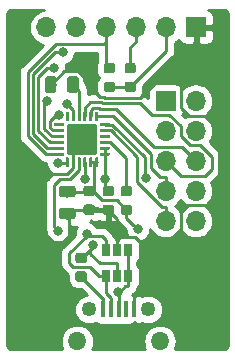
<source format=gbr>
G04 #@! TF.GenerationSoftware,KiCad,Pcbnew,(5.1.2)-1*
G04 #@! TF.CreationDate,2020-05-23T15:23:26+09:00*
G04 #@! TF.ProjectId,cp,63702e6b-6963-4616-945f-706362585858,v1.1*
G04 #@! TF.SameCoordinates,Original*
G04 #@! TF.FileFunction,Copper,L1,Top*
G04 #@! TF.FilePolarity,Positive*
%FSLAX46Y46*%
G04 Gerber Fmt 4.6, Leading zero omitted, Abs format (unit mm)*
G04 Created by KiCad (PCBNEW (5.1.2)-1) date 2020-05-23 15:23:26*
%MOMM*%
%LPD*%
G04 APERTURE LIST*
%ADD10C,0.100000*%
%ADD11C,0.250000*%
%ADD12C,2.600000*%
%ADD13C,0.875000*%
%ADD14O,1.700000X1.700000*%
%ADD15R,1.700000X1.700000*%
%ADD16C,0.975000*%
%ADD17R,0.650000X1.060000*%
%ADD18R,0.400000X1.350000*%
%ADD19O,1.550000X1.550000*%
%ADD20O,1.250000X1.250000*%
%ADD21C,0.800000*%
%ADD22C,0.250000*%
%ADD23C,0.254000*%
G04 APERTURE END LIST*
D10*
G36*
X115418626Y-132725301D02*
G01*
X115424693Y-132726201D01*
X115430643Y-132727691D01*
X115436418Y-132729758D01*
X115441962Y-132732380D01*
X115447223Y-132735533D01*
X115452150Y-132739187D01*
X115456694Y-132743306D01*
X115460813Y-132747850D01*
X115464467Y-132752777D01*
X115467620Y-132758038D01*
X115470242Y-132763582D01*
X115472309Y-132769357D01*
X115473799Y-132775307D01*
X115474699Y-132781374D01*
X115475000Y-132787500D01*
X115475000Y-132912500D01*
X115474699Y-132918626D01*
X115473799Y-132924693D01*
X115472309Y-132930643D01*
X115470242Y-132936418D01*
X115467620Y-132941962D01*
X115464467Y-132947223D01*
X115460813Y-132952150D01*
X115456694Y-132956694D01*
X115452150Y-132960813D01*
X115447223Y-132964467D01*
X115441962Y-132967620D01*
X115436418Y-132970242D01*
X115430643Y-132972309D01*
X115424693Y-132973799D01*
X115418626Y-132974699D01*
X115412500Y-132975000D01*
X114712500Y-132975000D01*
X114706374Y-132974699D01*
X114700307Y-132973799D01*
X114694357Y-132972309D01*
X114688582Y-132970242D01*
X114683038Y-132967620D01*
X114677777Y-132964467D01*
X114672850Y-132960813D01*
X114668306Y-132956694D01*
X114664187Y-132952150D01*
X114660533Y-132947223D01*
X114657380Y-132941962D01*
X114654758Y-132936418D01*
X114652691Y-132930643D01*
X114651201Y-132924693D01*
X114650301Y-132918626D01*
X114650000Y-132912500D01*
X114650000Y-132787500D01*
X114650301Y-132781374D01*
X114651201Y-132775307D01*
X114652691Y-132769357D01*
X114654758Y-132763582D01*
X114657380Y-132758038D01*
X114660533Y-132752777D01*
X114664187Y-132747850D01*
X114668306Y-132743306D01*
X114672850Y-132739187D01*
X114677777Y-132735533D01*
X114683038Y-132732380D01*
X114688582Y-132729758D01*
X114694357Y-132727691D01*
X114700307Y-132726201D01*
X114706374Y-132725301D01*
X114712500Y-132725000D01*
X115412500Y-132725000D01*
X115418626Y-132725301D01*
X115418626Y-132725301D01*
G37*
D11*
X115062500Y-132850000D03*
D10*
G36*
X115418626Y-132225301D02*
G01*
X115424693Y-132226201D01*
X115430643Y-132227691D01*
X115436418Y-132229758D01*
X115441962Y-132232380D01*
X115447223Y-132235533D01*
X115452150Y-132239187D01*
X115456694Y-132243306D01*
X115460813Y-132247850D01*
X115464467Y-132252777D01*
X115467620Y-132258038D01*
X115470242Y-132263582D01*
X115472309Y-132269357D01*
X115473799Y-132275307D01*
X115474699Y-132281374D01*
X115475000Y-132287500D01*
X115475000Y-132412500D01*
X115474699Y-132418626D01*
X115473799Y-132424693D01*
X115472309Y-132430643D01*
X115470242Y-132436418D01*
X115467620Y-132441962D01*
X115464467Y-132447223D01*
X115460813Y-132452150D01*
X115456694Y-132456694D01*
X115452150Y-132460813D01*
X115447223Y-132464467D01*
X115441962Y-132467620D01*
X115436418Y-132470242D01*
X115430643Y-132472309D01*
X115424693Y-132473799D01*
X115418626Y-132474699D01*
X115412500Y-132475000D01*
X114712500Y-132475000D01*
X114706374Y-132474699D01*
X114700307Y-132473799D01*
X114694357Y-132472309D01*
X114688582Y-132470242D01*
X114683038Y-132467620D01*
X114677777Y-132464467D01*
X114672850Y-132460813D01*
X114668306Y-132456694D01*
X114664187Y-132452150D01*
X114660533Y-132447223D01*
X114657380Y-132441962D01*
X114654758Y-132436418D01*
X114652691Y-132430643D01*
X114651201Y-132424693D01*
X114650301Y-132418626D01*
X114650000Y-132412500D01*
X114650000Y-132287500D01*
X114650301Y-132281374D01*
X114651201Y-132275307D01*
X114652691Y-132269357D01*
X114654758Y-132263582D01*
X114657380Y-132258038D01*
X114660533Y-132252777D01*
X114664187Y-132247850D01*
X114668306Y-132243306D01*
X114672850Y-132239187D01*
X114677777Y-132235533D01*
X114683038Y-132232380D01*
X114688582Y-132229758D01*
X114694357Y-132227691D01*
X114700307Y-132226201D01*
X114706374Y-132225301D01*
X114712500Y-132225000D01*
X115412500Y-132225000D01*
X115418626Y-132225301D01*
X115418626Y-132225301D01*
G37*
D11*
X115062500Y-132350000D03*
D10*
G36*
X115418626Y-131725301D02*
G01*
X115424693Y-131726201D01*
X115430643Y-131727691D01*
X115436418Y-131729758D01*
X115441962Y-131732380D01*
X115447223Y-131735533D01*
X115452150Y-131739187D01*
X115456694Y-131743306D01*
X115460813Y-131747850D01*
X115464467Y-131752777D01*
X115467620Y-131758038D01*
X115470242Y-131763582D01*
X115472309Y-131769357D01*
X115473799Y-131775307D01*
X115474699Y-131781374D01*
X115475000Y-131787500D01*
X115475000Y-131912500D01*
X115474699Y-131918626D01*
X115473799Y-131924693D01*
X115472309Y-131930643D01*
X115470242Y-131936418D01*
X115467620Y-131941962D01*
X115464467Y-131947223D01*
X115460813Y-131952150D01*
X115456694Y-131956694D01*
X115452150Y-131960813D01*
X115447223Y-131964467D01*
X115441962Y-131967620D01*
X115436418Y-131970242D01*
X115430643Y-131972309D01*
X115424693Y-131973799D01*
X115418626Y-131974699D01*
X115412500Y-131975000D01*
X114712500Y-131975000D01*
X114706374Y-131974699D01*
X114700307Y-131973799D01*
X114694357Y-131972309D01*
X114688582Y-131970242D01*
X114683038Y-131967620D01*
X114677777Y-131964467D01*
X114672850Y-131960813D01*
X114668306Y-131956694D01*
X114664187Y-131952150D01*
X114660533Y-131947223D01*
X114657380Y-131941962D01*
X114654758Y-131936418D01*
X114652691Y-131930643D01*
X114651201Y-131924693D01*
X114650301Y-131918626D01*
X114650000Y-131912500D01*
X114650000Y-131787500D01*
X114650301Y-131781374D01*
X114651201Y-131775307D01*
X114652691Y-131769357D01*
X114654758Y-131763582D01*
X114657380Y-131758038D01*
X114660533Y-131752777D01*
X114664187Y-131747850D01*
X114668306Y-131743306D01*
X114672850Y-131739187D01*
X114677777Y-131735533D01*
X114683038Y-131732380D01*
X114688582Y-131729758D01*
X114694357Y-131727691D01*
X114700307Y-131726201D01*
X114706374Y-131725301D01*
X114712500Y-131725000D01*
X115412500Y-131725000D01*
X115418626Y-131725301D01*
X115418626Y-131725301D01*
G37*
D11*
X115062500Y-131850000D03*
D10*
G36*
X115418626Y-131225301D02*
G01*
X115424693Y-131226201D01*
X115430643Y-131227691D01*
X115436418Y-131229758D01*
X115441962Y-131232380D01*
X115447223Y-131235533D01*
X115452150Y-131239187D01*
X115456694Y-131243306D01*
X115460813Y-131247850D01*
X115464467Y-131252777D01*
X115467620Y-131258038D01*
X115470242Y-131263582D01*
X115472309Y-131269357D01*
X115473799Y-131275307D01*
X115474699Y-131281374D01*
X115475000Y-131287500D01*
X115475000Y-131412500D01*
X115474699Y-131418626D01*
X115473799Y-131424693D01*
X115472309Y-131430643D01*
X115470242Y-131436418D01*
X115467620Y-131441962D01*
X115464467Y-131447223D01*
X115460813Y-131452150D01*
X115456694Y-131456694D01*
X115452150Y-131460813D01*
X115447223Y-131464467D01*
X115441962Y-131467620D01*
X115436418Y-131470242D01*
X115430643Y-131472309D01*
X115424693Y-131473799D01*
X115418626Y-131474699D01*
X115412500Y-131475000D01*
X114712500Y-131475000D01*
X114706374Y-131474699D01*
X114700307Y-131473799D01*
X114694357Y-131472309D01*
X114688582Y-131470242D01*
X114683038Y-131467620D01*
X114677777Y-131464467D01*
X114672850Y-131460813D01*
X114668306Y-131456694D01*
X114664187Y-131452150D01*
X114660533Y-131447223D01*
X114657380Y-131441962D01*
X114654758Y-131436418D01*
X114652691Y-131430643D01*
X114651201Y-131424693D01*
X114650301Y-131418626D01*
X114650000Y-131412500D01*
X114650000Y-131287500D01*
X114650301Y-131281374D01*
X114651201Y-131275307D01*
X114652691Y-131269357D01*
X114654758Y-131263582D01*
X114657380Y-131258038D01*
X114660533Y-131252777D01*
X114664187Y-131247850D01*
X114668306Y-131243306D01*
X114672850Y-131239187D01*
X114677777Y-131235533D01*
X114683038Y-131232380D01*
X114688582Y-131229758D01*
X114694357Y-131227691D01*
X114700307Y-131226201D01*
X114706374Y-131225301D01*
X114712500Y-131225000D01*
X115412500Y-131225000D01*
X115418626Y-131225301D01*
X115418626Y-131225301D01*
G37*
D11*
X115062500Y-131350000D03*
D10*
G36*
X115418626Y-130725301D02*
G01*
X115424693Y-130726201D01*
X115430643Y-130727691D01*
X115436418Y-130729758D01*
X115441962Y-130732380D01*
X115447223Y-130735533D01*
X115452150Y-130739187D01*
X115456694Y-130743306D01*
X115460813Y-130747850D01*
X115464467Y-130752777D01*
X115467620Y-130758038D01*
X115470242Y-130763582D01*
X115472309Y-130769357D01*
X115473799Y-130775307D01*
X115474699Y-130781374D01*
X115475000Y-130787500D01*
X115475000Y-130912500D01*
X115474699Y-130918626D01*
X115473799Y-130924693D01*
X115472309Y-130930643D01*
X115470242Y-130936418D01*
X115467620Y-130941962D01*
X115464467Y-130947223D01*
X115460813Y-130952150D01*
X115456694Y-130956694D01*
X115452150Y-130960813D01*
X115447223Y-130964467D01*
X115441962Y-130967620D01*
X115436418Y-130970242D01*
X115430643Y-130972309D01*
X115424693Y-130973799D01*
X115418626Y-130974699D01*
X115412500Y-130975000D01*
X114712500Y-130975000D01*
X114706374Y-130974699D01*
X114700307Y-130973799D01*
X114694357Y-130972309D01*
X114688582Y-130970242D01*
X114683038Y-130967620D01*
X114677777Y-130964467D01*
X114672850Y-130960813D01*
X114668306Y-130956694D01*
X114664187Y-130952150D01*
X114660533Y-130947223D01*
X114657380Y-130941962D01*
X114654758Y-130936418D01*
X114652691Y-130930643D01*
X114651201Y-130924693D01*
X114650301Y-130918626D01*
X114650000Y-130912500D01*
X114650000Y-130787500D01*
X114650301Y-130781374D01*
X114651201Y-130775307D01*
X114652691Y-130769357D01*
X114654758Y-130763582D01*
X114657380Y-130758038D01*
X114660533Y-130752777D01*
X114664187Y-130747850D01*
X114668306Y-130743306D01*
X114672850Y-130739187D01*
X114677777Y-130735533D01*
X114683038Y-130732380D01*
X114688582Y-130729758D01*
X114694357Y-130727691D01*
X114700307Y-130726201D01*
X114706374Y-130725301D01*
X114712500Y-130725000D01*
X115412500Y-130725000D01*
X115418626Y-130725301D01*
X115418626Y-130725301D01*
G37*
D11*
X115062500Y-130850000D03*
D10*
G36*
X115418626Y-130225301D02*
G01*
X115424693Y-130226201D01*
X115430643Y-130227691D01*
X115436418Y-130229758D01*
X115441962Y-130232380D01*
X115447223Y-130235533D01*
X115452150Y-130239187D01*
X115456694Y-130243306D01*
X115460813Y-130247850D01*
X115464467Y-130252777D01*
X115467620Y-130258038D01*
X115470242Y-130263582D01*
X115472309Y-130269357D01*
X115473799Y-130275307D01*
X115474699Y-130281374D01*
X115475000Y-130287500D01*
X115475000Y-130412500D01*
X115474699Y-130418626D01*
X115473799Y-130424693D01*
X115472309Y-130430643D01*
X115470242Y-130436418D01*
X115467620Y-130441962D01*
X115464467Y-130447223D01*
X115460813Y-130452150D01*
X115456694Y-130456694D01*
X115452150Y-130460813D01*
X115447223Y-130464467D01*
X115441962Y-130467620D01*
X115436418Y-130470242D01*
X115430643Y-130472309D01*
X115424693Y-130473799D01*
X115418626Y-130474699D01*
X115412500Y-130475000D01*
X114712500Y-130475000D01*
X114706374Y-130474699D01*
X114700307Y-130473799D01*
X114694357Y-130472309D01*
X114688582Y-130470242D01*
X114683038Y-130467620D01*
X114677777Y-130464467D01*
X114672850Y-130460813D01*
X114668306Y-130456694D01*
X114664187Y-130452150D01*
X114660533Y-130447223D01*
X114657380Y-130441962D01*
X114654758Y-130436418D01*
X114652691Y-130430643D01*
X114651201Y-130424693D01*
X114650301Y-130418626D01*
X114650000Y-130412500D01*
X114650000Y-130287500D01*
X114650301Y-130281374D01*
X114651201Y-130275307D01*
X114652691Y-130269357D01*
X114654758Y-130263582D01*
X114657380Y-130258038D01*
X114660533Y-130252777D01*
X114664187Y-130247850D01*
X114668306Y-130243306D01*
X114672850Y-130239187D01*
X114677777Y-130235533D01*
X114683038Y-130232380D01*
X114688582Y-130229758D01*
X114694357Y-130227691D01*
X114700307Y-130226201D01*
X114706374Y-130225301D01*
X114712500Y-130225000D01*
X115412500Y-130225000D01*
X115418626Y-130225301D01*
X115418626Y-130225301D01*
G37*
D11*
X115062500Y-130350000D03*
D10*
G36*
X115818626Y-129250301D02*
G01*
X115824693Y-129251201D01*
X115830643Y-129252691D01*
X115836418Y-129254758D01*
X115841962Y-129257380D01*
X115847223Y-129260533D01*
X115852150Y-129264187D01*
X115856694Y-129268306D01*
X115860813Y-129272850D01*
X115864467Y-129277777D01*
X115867620Y-129283038D01*
X115870242Y-129288582D01*
X115872309Y-129294357D01*
X115873799Y-129300307D01*
X115874699Y-129306374D01*
X115875000Y-129312500D01*
X115875000Y-130012500D01*
X115874699Y-130018626D01*
X115873799Y-130024693D01*
X115872309Y-130030643D01*
X115870242Y-130036418D01*
X115867620Y-130041962D01*
X115864467Y-130047223D01*
X115860813Y-130052150D01*
X115856694Y-130056694D01*
X115852150Y-130060813D01*
X115847223Y-130064467D01*
X115841962Y-130067620D01*
X115836418Y-130070242D01*
X115830643Y-130072309D01*
X115824693Y-130073799D01*
X115818626Y-130074699D01*
X115812500Y-130075000D01*
X115687500Y-130075000D01*
X115681374Y-130074699D01*
X115675307Y-130073799D01*
X115669357Y-130072309D01*
X115663582Y-130070242D01*
X115658038Y-130067620D01*
X115652777Y-130064467D01*
X115647850Y-130060813D01*
X115643306Y-130056694D01*
X115639187Y-130052150D01*
X115635533Y-130047223D01*
X115632380Y-130041962D01*
X115629758Y-130036418D01*
X115627691Y-130030643D01*
X115626201Y-130024693D01*
X115625301Y-130018626D01*
X115625000Y-130012500D01*
X115625000Y-129312500D01*
X115625301Y-129306374D01*
X115626201Y-129300307D01*
X115627691Y-129294357D01*
X115629758Y-129288582D01*
X115632380Y-129283038D01*
X115635533Y-129277777D01*
X115639187Y-129272850D01*
X115643306Y-129268306D01*
X115647850Y-129264187D01*
X115652777Y-129260533D01*
X115658038Y-129257380D01*
X115663582Y-129254758D01*
X115669357Y-129252691D01*
X115675307Y-129251201D01*
X115681374Y-129250301D01*
X115687500Y-129250000D01*
X115812500Y-129250000D01*
X115818626Y-129250301D01*
X115818626Y-129250301D01*
G37*
D11*
X115750000Y-129662500D03*
D10*
G36*
X116318626Y-129250301D02*
G01*
X116324693Y-129251201D01*
X116330643Y-129252691D01*
X116336418Y-129254758D01*
X116341962Y-129257380D01*
X116347223Y-129260533D01*
X116352150Y-129264187D01*
X116356694Y-129268306D01*
X116360813Y-129272850D01*
X116364467Y-129277777D01*
X116367620Y-129283038D01*
X116370242Y-129288582D01*
X116372309Y-129294357D01*
X116373799Y-129300307D01*
X116374699Y-129306374D01*
X116375000Y-129312500D01*
X116375000Y-130012500D01*
X116374699Y-130018626D01*
X116373799Y-130024693D01*
X116372309Y-130030643D01*
X116370242Y-130036418D01*
X116367620Y-130041962D01*
X116364467Y-130047223D01*
X116360813Y-130052150D01*
X116356694Y-130056694D01*
X116352150Y-130060813D01*
X116347223Y-130064467D01*
X116341962Y-130067620D01*
X116336418Y-130070242D01*
X116330643Y-130072309D01*
X116324693Y-130073799D01*
X116318626Y-130074699D01*
X116312500Y-130075000D01*
X116187500Y-130075000D01*
X116181374Y-130074699D01*
X116175307Y-130073799D01*
X116169357Y-130072309D01*
X116163582Y-130070242D01*
X116158038Y-130067620D01*
X116152777Y-130064467D01*
X116147850Y-130060813D01*
X116143306Y-130056694D01*
X116139187Y-130052150D01*
X116135533Y-130047223D01*
X116132380Y-130041962D01*
X116129758Y-130036418D01*
X116127691Y-130030643D01*
X116126201Y-130024693D01*
X116125301Y-130018626D01*
X116125000Y-130012500D01*
X116125000Y-129312500D01*
X116125301Y-129306374D01*
X116126201Y-129300307D01*
X116127691Y-129294357D01*
X116129758Y-129288582D01*
X116132380Y-129283038D01*
X116135533Y-129277777D01*
X116139187Y-129272850D01*
X116143306Y-129268306D01*
X116147850Y-129264187D01*
X116152777Y-129260533D01*
X116158038Y-129257380D01*
X116163582Y-129254758D01*
X116169357Y-129252691D01*
X116175307Y-129251201D01*
X116181374Y-129250301D01*
X116187500Y-129250000D01*
X116312500Y-129250000D01*
X116318626Y-129250301D01*
X116318626Y-129250301D01*
G37*
D11*
X116250000Y-129662500D03*
D10*
G36*
X116818626Y-129250301D02*
G01*
X116824693Y-129251201D01*
X116830643Y-129252691D01*
X116836418Y-129254758D01*
X116841962Y-129257380D01*
X116847223Y-129260533D01*
X116852150Y-129264187D01*
X116856694Y-129268306D01*
X116860813Y-129272850D01*
X116864467Y-129277777D01*
X116867620Y-129283038D01*
X116870242Y-129288582D01*
X116872309Y-129294357D01*
X116873799Y-129300307D01*
X116874699Y-129306374D01*
X116875000Y-129312500D01*
X116875000Y-130012500D01*
X116874699Y-130018626D01*
X116873799Y-130024693D01*
X116872309Y-130030643D01*
X116870242Y-130036418D01*
X116867620Y-130041962D01*
X116864467Y-130047223D01*
X116860813Y-130052150D01*
X116856694Y-130056694D01*
X116852150Y-130060813D01*
X116847223Y-130064467D01*
X116841962Y-130067620D01*
X116836418Y-130070242D01*
X116830643Y-130072309D01*
X116824693Y-130073799D01*
X116818626Y-130074699D01*
X116812500Y-130075000D01*
X116687500Y-130075000D01*
X116681374Y-130074699D01*
X116675307Y-130073799D01*
X116669357Y-130072309D01*
X116663582Y-130070242D01*
X116658038Y-130067620D01*
X116652777Y-130064467D01*
X116647850Y-130060813D01*
X116643306Y-130056694D01*
X116639187Y-130052150D01*
X116635533Y-130047223D01*
X116632380Y-130041962D01*
X116629758Y-130036418D01*
X116627691Y-130030643D01*
X116626201Y-130024693D01*
X116625301Y-130018626D01*
X116625000Y-130012500D01*
X116625000Y-129312500D01*
X116625301Y-129306374D01*
X116626201Y-129300307D01*
X116627691Y-129294357D01*
X116629758Y-129288582D01*
X116632380Y-129283038D01*
X116635533Y-129277777D01*
X116639187Y-129272850D01*
X116643306Y-129268306D01*
X116647850Y-129264187D01*
X116652777Y-129260533D01*
X116658038Y-129257380D01*
X116663582Y-129254758D01*
X116669357Y-129252691D01*
X116675307Y-129251201D01*
X116681374Y-129250301D01*
X116687500Y-129250000D01*
X116812500Y-129250000D01*
X116818626Y-129250301D01*
X116818626Y-129250301D01*
G37*
D11*
X116750000Y-129662500D03*
D10*
G36*
X117318626Y-129250301D02*
G01*
X117324693Y-129251201D01*
X117330643Y-129252691D01*
X117336418Y-129254758D01*
X117341962Y-129257380D01*
X117347223Y-129260533D01*
X117352150Y-129264187D01*
X117356694Y-129268306D01*
X117360813Y-129272850D01*
X117364467Y-129277777D01*
X117367620Y-129283038D01*
X117370242Y-129288582D01*
X117372309Y-129294357D01*
X117373799Y-129300307D01*
X117374699Y-129306374D01*
X117375000Y-129312500D01*
X117375000Y-130012500D01*
X117374699Y-130018626D01*
X117373799Y-130024693D01*
X117372309Y-130030643D01*
X117370242Y-130036418D01*
X117367620Y-130041962D01*
X117364467Y-130047223D01*
X117360813Y-130052150D01*
X117356694Y-130056694D01*
X117352150Y-130060813D01*
X117347223Y-130064467D01*
X117341962Y-130067620D01*
X117336418Y-130070242D01*
X117330643Y-130072309D01*
X117324693Y-130073799D01*
X117318626Y-130074699D01*
X117312500Y-130075000D01*
X117187500Y-130075000D01*
X117181374Y-130074699D01*
X117175307Y-130073799D01*
X117169357Y-130072309D01*
X117163582Y-130070242D01*
X117158038Y-130067620D01*
X117152777Y-130064467D01*
X117147850Y-130060813D01*
X117143306Y-130056694D01*
X117139187Y-130052150D01*
X117135533Y-130047223D01*
X117132380Y-130041962D01*
X117129758Y-130036418D01*
X117127691Y-130030643D01*
X117126201Y-130024693D01*
X117125301Y-130018626D01*
X117125000Y-130012500D01*
X117125000Y-129312500D01*
X117125301Y-129306374D01*
X117126201Y-129300307D01*
X117127691Y-129294357D01*
X117129758Y-129288582D01*
X117132380Y-129283038D01*
X117135533Y-129277777D01*
X117139187Y-129272850D01*
X117143306Y-129268306D01*
X117147850Y-129264187D01*
X117152777Y-129260533D01*
X117158038Y-129257380D01*
X117163582Y-129254758D01*
X117169357Y-129252691D01*
X117175307Y-129251201D01*
X117181374Y-129250301D01*
X117187500Y-129250000D01*
X117312500Y-129250000D01*
X117318626Y-129250301D01*
X117318626Y-129250301D01*
G37*
D11*
X117250000Y-129662500D03*
D10*
G36*
X117818626Y-129250301D02*
G01*
X117824693Y-129251201D01*
X117830643Y-129252691D01*
X117836418Y-129254758D01*
X117841962Y-129257380D01*
X117847223Y-129260533D01*
X117852150Y-129264187D01*
X117856694Y-129268306D01*
X117860813Y-129272850D01*
X117864467Y-129277777D01*
X117867620Y-129283038D01*
X117870242Y-129288582D01*
X117872309Y-129294357D01*
X117873799Y-129300307D01*
X117874699Y-129306374D01*
X117875000Y-129312500D01*
X117875000Y-130012500D01*
X117874699Y-130018626D01*
X117873799Y-130024693D01*
X117872309Y-130030643D01*
X117870242Y-130036418D01*
X117867620Y-130041962D01*
X117864467Y-130047223D01*
X117860813Y-130052150D01*
X117856694Y-130056694D01*
X117852150Y-130060813D01*
X117847223Y-130064467D01*
X117841962Y-130067620D01*
X117836418Y-130070242D01*
X117830643Y-130072309D01*
X117824693Y-130073799D01*
X117818626Y-130074699D01*
X117812500Y-130075000D01*
X117687500Y-130075000D01*
X117681374Y-130074699D01*
X117675307Y-130073799D01*
X117669357Y-130072309D01*
X117663582Y-130070242D01*
X117658038Y-130067620D01*
X117652777Y-130064467D01*
X117647850Y-130060813D01*
X117643306Y-130056694D01*
X117639187Y-130052150D01*
X117635533Y-130047223D01*
X117632380Y-130041962D01*
X117629758Y-130036418D01*
X117627691Y-130030643D01*
X117626201Y-130024693D01*
X117625301Y-130018626D01*
X117625000Y-130012500D01*
X117625000Y-129312500D01*
X117625301Y-129306374D01*
X117626201Y-129300307D01*
X117627691Y-129294357D01*
X117629758Y-129288582D01*
X117632380Y-129283038D01*
X117635533Y-129277777D01*
X117639187Y-129272850D01*
X117643306Y-129268306D01*
X117647850Y-129264187D01*
X117652777Y-129260533D01*
X117658038Y-129257380D01*
X117663582Y-129254758D01*
X117669357Y-129252691D01*
X117675307Y-129251201D01*
X117681374Y-129250301D01*
X117687500Y-129250000D01*
X117812500Y-129250000D01*
X117818626Y-129250301D01*
X117818626Y-129250301D01*
G37*
D11*
X117750000Y-129662500D03*
D10*
G36*
X118318626Y-129250301D02*
G01*
X118324693Y-129251201D01*
X118330643Y-129252691D01*
X118336418Y-129254758D01*
X118341962Y-129257380D01*
X118347223Y-129260533D01*
X118352150Y-129264187D01*
X118356694Y-129268306D01*
X118360813Y-129272850D01*
X118364467Y-129277777D01*
X118367620Y-129283038D01*
X118370242Y-129288582D01*
X118372309Y-129294357D01*
X118373799Y-129300307D01*
X118374699Y-129306374D01*
X118375000Y-129312500D01*
X118375000Y-130012500D01*
X118374699Y-130018626D01*
X118373799Y-130024693D01*
X118372309Y-130030643D01*
X118370242Y-130036418D01*
X118367620Y-130041962D01*
X118364467Y-130047223D01*
X118360813Y-130052150D01*
X118356694Y-130056694D01*
X118352150Y-130060813D01*
X118347223Y-130064467D01*
X118341962Y-130067620D01*
X118336418Y-130070242D01*
X118330643Y-130072309D01*
X118324693Y-130073799D01*
X118318626Y-130074699D01*
X118312500Y-130075000D01*
X118187500Y-130075000D01*
X118181374Y-130074699D01*
X118175307Y-130073799D01*
X118169357Y-130072309D01*
X118163582Y-130070242D01*
X118158038Y-130067620D01*
X118152777Y-130064467D01*
X118147850Y-130060813D01*
X118143306Y-130056694D01*
X118139187Y-130052150D01*
X118135533Y-130047223D01*
X118132380Y-130041962D01*
X118129758Y-130036418D01*
X118127691Y-130030643D01*
X118126201Y-130024693D01*
X118125301Y-130018626D01*
X118125000Y-130012500D01*
X118125000Y-129312500D01*
X118125301Y-129306374D01*
X118126201Y-129300307D01*
X118127691Y-129294357D01*
X118129758Y-129288582D01*
X118132380Y-129283038D01*
X118135533Y-129277777D01*
X118139187Y-129272850D01*
X118143306Y-129268306D01*
X118147850Y-129264187D01*
X118152777Y-129260533D01*
X118158038Y-129257380D01*
X118163582Y-129254758D01*
X118169357Y-129252691D01*
X118175307Y-129251201D01*
X118181374Y-129250301D01*
X118187500Y-129250000D01*
X118312500Y-129250000D01*
X118318626Y-129250301D01*
X118318626Y-129250301D01*
G37*
D11*
X118250000Y-129662500D03*
D10*
G36*
X119293626Y-130225301D02*
G01*
X119299693Y-130226201D01*
X119305643Y-130227691D01*
X119311418Y-130229758D01*
X119316962Y-130232380D01*
X119322223Y-130235533D01*
X119327150Y-130239187D01*
X119331694Y-130243306D01*
X119335813Y-130247850D01*
X119339467Y-130252777D01*
X119342620Y-130258038D01*
X119345242Y-130263582D01*
X119347309Y-130269357D01*
X119348799Y-130275307D01*
X119349699Y-130281374D01*
X119350000Y-130287500D01*
X119350000Y-130412500D01*
X119349699Y-130418626D01*
X119348799Y-130424693D01*
X119347309Y-130430643D01*
X119345242Y-130436418D01*
X119342620Y-130441962D01*
X119339467Y-130447223D01*
X119335813Y-130452150D01*
X119331694Y-130456694D01*
X119327150Y-130460813D01*
X119322223Y-130464467D01*
X119316962Y-130467620D01*
X119311418Y-130470242D01*
X119305643Y-130472309D01*
X119299693Y-130473799D01*
X119293626Y-130474699D01*
X119287500Y-130475000D01*
X118587500Y-130475000D01*
X118581374Y-130474699D01*
X118575307Y-130473799D01*
X118569357Y-130472309D01*
X118563582Y-130470242D01*
X118558038Y-130467620D01*
X118552777Y-130464467D01*
X118547850Y-130460813D01*
X118543306Y-130456694D01*
X118539187Y-130452150D01*
X118535533Y-130447223D01*
X118532380Y-130441962D01*
X118529758Y-130436418D01*
X118527691Y-130430643D01*
X118526201Y-130424693D01*
X118525301Y-130418626D01*
X118525000Y-130412500D01*
X118525000Y-130287500D01*
X118525301Y-130281374D01*
X118526201Y-130275307D01*
X118527691Y-130269357D01*
X118529758Y-130263582D01*
X118532380Y-130258038D01*
X118535533Y-130252777D01*
X118539187Y-130247850D01*
X118543306Y-130243306D01*
X118547850Y-130239187D01*
X118552777Y-130235533D01*
X118558038Y-130232380D01*
X118563582Y-130229758D01*
X118569357Y-130227691D01*
X118575307Y-130226201D01*
X118581374Y-130225301D01*
X118587500Y-130225000D01*
X119287500Y-130225000D01*
X119293626Y-130225301D01*
X119293626Y-130225301D01*
G37*
D11*
X118937500Y-130350000D03*
D10*
G36*
X119293626Y-130725301D02*
G01*
X119299693Y-130726201D01*
X119305643Y-130727691D01*
X119311418Y-130729758D01*
X119316962Y-130732380D01*
X119322223Y-130735533D01*
X119327150Y-130739187D01*
X119331694Y-130743306D01*
X119335813Y-130747850D01*
X119339467Y-130752777D01*
X119342620Y-130758038D01*
X119345242Y-130763582D01*
X119347309Y-130769357D01*
X119348799Y-130775307D01*
X119349699Y-130781374D01*
X119350000Y-130787500D01*
X119350000Y-130912500D01*
X119349699Y-130918626D01*
X119348799Y-130924693D01*
X119347309Y-130930643D01*
X119345242Y-130936418D01*
X119342620Y-130941962D01*
X119339467Y-130947223D01*
X119335813Y-130952150D01*
X119331694Y-130956694D01*
X119327150Y-130960813D01*
X119322223Y-130964467D01*
X119316962Y-130967620D01*
X119311418Y-130970242D01*
X119305643Y-130972309D01*
X119299693Y-130973799D01*
X119293626Y-130974699D01*
X119287500Y-130975000D01*
X118587500Y-130975000D01*
X118581374Y-130974699D01*
X118575307Y-130973799D01*
X118569357Y-130972309D01*
X118563582Y-130970242D01*
X118558038Y-130967620D01*
X118552777Y-130964467D01*
X118547850Y-130960813D01*
X118543306Y-130956694D01*
X118539187Y-130952150D01*
X118535533Y-130947223D01*
X118532380Y-130941962D01*
X118529758Y-130936418D01*
X118527691Y-130930643D01*
X118526201Y-130924693D01*
X118525301Y-130918626D01*
X118525000Y-130912500D01*
X118525000Y-130787500D01*
X118525301Y-130781374D01*
X118526201Y-130775307D01*
X118527691Y-130769357D01*
X118529758Y-130763582D01*
X118532380Y-130758038D01*
X118535533Y-130752777D01*
X118539187Y-130747850D01*
X118543306Y-130743306D01*
X118547850Y-130739187D01*
X118552777Y-130735533D01*
X118558038Y-130732380D01*
X118563582Y-130729758D01*
X118569357Y-130727691D01*
X118575307Y-130726201D01*
X118581374Y-130725301D01*
X118587500Y-130725000D01*
X119287500Y-130725000D01*
X119293626Y-130725301D01*
X119293626Y-130725301D01*
G37*
D11*
X118937500Y-130850000D03*
D10*
G36*
X119293626Y-131225301D02*
G01*
X119299693Y-131226201D01*
X119305643Y-131227691D01*
X119311418Y-131229758D01*
X119316962Y-131232380D01*
X119322223Y-131235533D01*
X119327150Y-131239187D01*
X119331694Y-131243306D01*
X119335813Y-131247850D01*
X119339467Y-131252777D01*
X119342620Y-131258038D01*
X119345242Y-131263582D01*
X119347309Y-131269357D01*
X119348799Y-131275307D01*
X119349699Y-131281374D01*
X119350000Y-131287500D01*
X119350000Y-131412500D01*
X119349699Y-131418626D01*
X119348799Y-131424693D01*
X119347309Y-131430643D01*
X119345242Y-131436418D01*
X119342620Y-131441962D01*
X119339467Y-131447223D01*
X119335813Y-131452150D01*
X119331694Y-131456694D01*
X119327150Y-131460813D01*
X119322223Y-131464467D01*
X119316962Y-131467620D01*
X119311418Y-131470242D01*
X119305643Y-131472309D01*
X119299693Y-131473799D01*
X119293626Y-131474699D01*
X119287500Y-131475000D01*
X118587500Y-131475000D01*
X118581374Y-131474699D01*
X118575307Y-131473799D01*
X118569357Y-131472309D01*
X118563582Y-131470242D01*
X118558038Y-131467620D01*
X118552777Y-131464467D01*
X118547850Y-131460813D01*
X118543306Y-131456694D01*
X118539187Y-131452150D01*
X118535533Y-131447223D01*
X118532380Y-131441962D01*
X118529758Y-131436418D01*
X118527691Y-131430643D01*
X118526201Y-131424693D01*
X118525301Y-131418626D01*
X118525000Y-131412500D01*
X118525000Y-131287500D01*
X118525301Y-131281374D01*
X118526201Y-131275307D01*
X118527691Y-131269357D01*
X118529758Y-131263582D01*
X118532380Y-131258038D01*
X118535533Y-131252777D01*
X118539187Y-131247850D01*
X118543306Y-131243306D01*
X118547850Y-131239187D01*
X118552777Y-131235533D01*
X118558038Y-131232380D01*
X118563582Y-131229758D01*
X118569357Y-131227691D01*
X118575307Y-131226201D01*
X118581374Y-131225301D01*
X118587500Y-131225000D01*
X119287500Y-131225000D01*
X119293626Y-131225301D01*
X119293626Y-131225301D01*
G37*
D11*
X118937500Y-131350000D03*
D10*
G36*
X119293626Y-131725301D02*
G01*
X119299693Y-131726201D01*
X119305643Y-131727691D01*
X119311418Y-131729758D01*
X119316962Y-131732380D01*
X119322223Y-131735533D01*
X119327150Y-131739187D01*
X119331694Y-131743306D01*
X119335813Y-131747850D01*
X119339467Y-131752777D01*
X119342620Y-131758038D01*
X119345242Y-131763582D01*
X119347309Y-131769357D01*
X119348799Y-131775307D01*
X119349699Y-131781374D01*
X119350000Y-131787500D01*
X119350000Y-131912500D01*
X119349699Y-131918626D01*
X119348799Y-131924693D01*
X119347309Y-131930643D01*
X119345242Y-131936418D01*
X119342620Y-131941962D01*
X119339467Y-131947223D01*
X119335813Y-131952150D01*
X119331694Y-131956694D01*
X119327150Y-131960813D01*
X119322223Y-131964467D01*
X119316962Y-131967620D01*
X119311418Y-131970242D01*
X119305643Y-131972309D01*
X119299693Y-131973799D01*
X119293626Y-131974699D01*
X119287500Y-131975000D01*
X118587500Y-131975000D01*
X118581374Y-131974699D01*
X118575307Y-131973799D01*
X118569357Y-131972309D01*
X118563582Y-131970242D01*
X118558038Y-131967620D01*
X118552777Y-131964467D01*
X118547850Y-131960813D01*
X118543306Y-131956694D01*
X118539187Y-131952150D01*
X118535533Y-131947223D01*
X118532380Y-131941962D01*
X118529758Y-131936418D01*
X118527691Y-131930643D01*
X118526201Y-131924693D01*
X118525301Y-131918626D01*
X118525000Y-131912500D01*
X118525000Y-131787500D01*
X118525301Y-131781374D01*
X118526201Y-131775307D01*
X118527691Y-131769357D01*
X118529758Y-131763582D01*
X118532380Y-131758038D01*
X118535533Y-131752777D01*
X118539187Y-131747850D01*
X118543306Y-131743306D01*
X118547850Y-131739187D01*
X118552777Y-131735533D01*
X118558038Y-131732380D01*
X118563582Y-131729758D01*
X118569357Y-131727691D01*
X118575307Y-131726201D01*
X118581374Y-131725301D01*
X118587500Y-131725000D01*
X119287500Y-131725000D01*
X119293626Y-131725301D01*
X119293626Y-131725301D01*
G37*
D11*
X118937500Y-131850000D03*
D10*
G36*
X119293626Y-132225301D02*
G01*
X119299693Y-132226201D01*
X119305643Y-132227691D01*
X119311418Y-132229758D01*
X119316962Y-132232380D01*
X119322223Y-132235533D01*
X119327150Y-132239187D01*
X119331694Y-132243306D01*
X119335813Y-132247850D01*
X119339467Y-132252777D01*
X119342620Y-132258038D01*
X119345242Y-132263582D01*
X119347309Y-132269357D01*
X119348799Y-132275307D01*
X119349699Y-132281374D01*
X119350000Y-132287500D01*
X119350000Y-132412500D01*
X119349699Y-132418626D01*
X119348799Y-132424693D01*
X119347309Y-132430643D01*
X119345242Y-132436418D01*
X119342620Y-132441962D01*
X119339467Y-132447223D01*
X119335813Y-132452150D01*
X119331694Y-132456694D01*
X119327150Y-132460813D01*
X119322223Y-132464467D01*
X119316962Y-132467620D01*
X119311418Y-132470242D01*
X119305643Y-132472309D01*
X119299693Y-132473799D01*
X119293626Y-132474699D01*
X119287500Y-132475000D01*
X118587500Y-132475000D01*
X118581374Y-132474699D01*
X118575307Y-132473799D01*
X118569357Y-132472309D01*
X118563582Y-132470242D01*
X118558038Y-132467620D01*
X118552777Y-132464467D01*
X118547850Y-132460813D01*
X118543306Y-132456694D01*
X118539187Y-132452150D01*
X118535533Y-132447223D01*
X118532380Y-132441962D01*
X118529758Y-132436418D01*
X118527691Y-132430643D01*
X118526201Y-132424693D01*
X118525301Y-132418626D01*
X118525000Y-132412500D01*
X118525000Y-132287500D01*
X118525301Y-132281374D01*
X118526201Y-132275307D01*
X118527691Y-132269357D01*
X118529758Y-132263582D01*
X118532380Y-132258038D01*
X118535533Y-132252777D01*
X118539187Y-132247850D01*
X118543306Y-132243306D01*
X118547850Y-132239187D01*
X118552777Y-132235533D01*
X118558038Y-132232380D01*
X118563582Y-132229758D01*
X118569357Y-132227691D01*
X118575307Y-132226201D01*
X118581374Y-132225301D01*
X118587500Y-132225000D01*
X119287500Y-132225000D01*
X119293626Y-132225301D01*
X119293626Y-132225301D01*
G37*
D11*
X118937500Y-132350000D03*
D10*
G36*
X119293626Y-132725301D02*
G01*
X119299693Y-132726201D01*
X119305643Y-132727691D01*
X119311418Y-132729758D01*
X119316962Y-132732380D01*
X119322223Y-132735533D01*
X119327150Y-132739187D01*
X119331694Y-132743306D01*
X119335813Y-132747850D01*
X119339467Y-132752777D01*
X119342620Y-132758038D01*
X119345242Y-132763582D01*
X119347309Y-132769357D01*
X119348799Y-132775307D01*
X119349699Y-132781374D01*
X119350000Y-132787500D01*
X119350000Y-132912500D01*
X119349699Y-132918626D01*
X119348799Y-132924693D01*
X119347309Y-132930643D01*
X119345242Y-132936418D01*
X119342620Y-132941962D01*
X119339467Y-132947223D01*
X119335813Y-132952150D01*
X119331694Y-132956694D01*
X119327150Y-132960813D01*
X119322223Y-132964467D01*
X119316962Y-132967620D01*
X119311418Y-132970242D01*
X119305643Y-132972309D01*
X119299693Y-132973799D01*
X119293626Y-132974699D01*
X119287500Y-132975000D01*
X118587500Y-132975000D01*
X118581374Y-132974699D01*
X118575307Y-132973799D01*
X118569357Y-132972309D01*
X118563582Y-132970242D01*
X118558038Y-132967620D01*
X118552777Y-132964467D01*
X118547850Y-132960813D01*
X118543306Y-132956694D01*
X118539187Y-132952150D01*
X118535533Y-132947223D01*
X118532380Y-132941962D01*
X118529758Y-132936418D01*
X118527691Y-132930643D01*
X118526201Y-132924693D01*
X118525301Y-132918626D01*
X118525000Y-132912500D01*
X118525000Y-132787500D01*
X118525301Y-132781374D01*
X118526201Y-132775307D01*
X118527691Y-132769357D01*
X118529758Y-132763582D01*
X118532380Y-132758038D01*
X118535533Y-132752777D01*
X118539187Y-132747850D01*
X118543306Y-132743306D01*
X118547850Y-132739187D01*
X118552777Y-132735533D01*
X118558038Y-132732380D01*
X118563582Y-132729758D01*
X118569357Y-132727691D01*
X118575307Y-132726201D01*
X118581374Y-132725301D01*
X118587500Y-132725000D01*
X119287500Y-132725000D01*
X119293626Y-132725301D01*
X119293626Y-132725301D01*
G37*
D11*
X118937500Y-132850000D03*
D10*
G36*
X118318626Y-133125301D02*
G01*
X118324693Y-133126201D01*
X118330643Y-133127691D01*
X118336418Y-133129758D01*
X118341962Y-133132380D01*
X118347223Y-133135533D01*
X118352150Y-133139187D01*
X118356694Y-133143306D01*
X118360813Y-133147850D01*
X118364467Y-133152777D01*
X118367620Y-133158038D01*
X118370242Y-133163582D01*
X118372309Y-133169357D01*
X118373799Y-133175307D01*
X118374699Y-133181374D01*
X118375000Y-133187500D01*
X118375000Y-133887500D01*
X118374699Y-133893626D01*
X118373799Y-133899693D01*
X118372309Y-133905643D01*
X118370242Y-133911418D01*
X118367620Y-133916962D01*
X118364467Y-133922223D01*
X118360813Y-133927150D01*
X118356694Y-133931694D01*
X118352150Y-133935813D01*
X118347223Y-133939467D01*
X118341962Y-133942620D01*
X118336418Y-133945242D01*
X118330643Y-133947309D01*
X118324693Y-133948799D01*
X118318626Y-133949699D01*
X118312500Y-133950000D01*
X118187500Y-133950000D01*
X118181374Y-133949699D01*
X118175307Y-133948799D01*
X118169357Y-133947309D01*
X118163582Y-133945242D01*
X118158038Y-133942620D01*
X118152777Y-133939467D01*
X118147850Y-133935813D01*
X118143306Y-133931694D01*
X118139187Y-133927150D01*
X118135533Y-133922223D01*
X118132380Y-133916962D01*
X118129758Y-133911418D01*
X118127691Y-133905643D01*
X118126201Y-133899693D01*
X118125301Y-133893626D01*
X118125000Y-133887500D01*
X118125000Y-133187500D01*
X118125301Y-133181374D01*
X118126201Y-133175307D01*
X118127691Y-133169357D01*
X118129758Y-133163582D01*
X118132380Y-133158038D01*
X118135533Y-133152777D01*
X118139187Y-133147850D01*
X118143306Y-133143306D01*
X118147850Y-133139187D01*
X118152777Y-133135533D01*
X118158038Y-133132380D01*
X118163582Y-133129758D01*
X118169357Y-133127691D01*
X118175307Y-133126201D01*
X118181374Y-133125301D01*
X118187500Y-133125000D01*
X118312500Y-133125000D01*
X118318626Y-133125301D01*
X118318626Y-133125301D01*
G37*
D11*
X118250000Y-133537500D03*
D10*
G36*
X117818626Y-133125301D02*
G01*
X117824693Y-133126201D01*
X117830643Y-133127691D01*
X117836418Y-133129758D01*
X117841962Y-133132380D01*
X117847223Y-133135533D01*
X117852150Y-133139187D01*
X117856694Y-133143306D01*
X117860813Y-133147850D01*
X117864467Y-133152777D01*
X117867620Y-133158038D01*
X117870242Y-133163582D01*
X117872309Y-133169357D01*
X117873799Y-133175307D01*
X117874699Y-133181374D01*
X117875000Y-133187500D01*
X117875000Y-133887500D01*
X117874699Y-133893626D01*
X117873799Y-133899693D01*
X117872309Y-133905643D01*
X117870242Y-133911418D01*
X117867620Y-133916962D01*
X117864467Y-133922223D01*
X117860813Y-133927150D01*
X117856694Y-133931694D01*
X117852150Y-133935813D01*
X117847223Y-133939467D01*
X117841962Y-133942620D01*
X117836418Y-133945242D01*
X117830643Y-133947309D01*
X117824693Y-133948799D01*
X117818626Y-133949699D01*
X117812500Y-133950000D01*
X117687500Y-133950000D01*
X117681374Y-133949699D01*
X117675307Y-133948799D01*
X117669357Y-133947309D01*
X117663582Y-133945242D01*
X117658038Y-133942620D01*
X117652777Y-133939467D01*
X117647850Y-133935813D01*
X117643306Y-133931694D01*
X117639187Y-133927150D01*
X117635533Y-133922223D01*
X117632380Y-133916962D01*
X117629758Y-133911418D01*
X117627691Y-133905643D01*
X117626201Y-133899693D01*
X117625301Y-133893626D01*
X117625000Y-133887500D01*
X117625000Y-133187500D01*
X117625301Y-133181374D01*
X117626201Y-133175307D01*
X117627691Y-133169357D01*
X117629758Y-133163582D01*
X117632380Y-133158038D01*
X117635533Y-133152777D01*
X117639187Y-133147850D01*
X117643306Y-133143306D01*
X117647850Y-133139187D01*
X117652777Y-133135533D01*
X117658038Y-133132380D01*
X117663582Y-133129758D01*
X117669357Y-133127691D01*
X117675307Y-133126201D01*
X117681374Y-133125301D01*
X117687500Y-133125000D01*
X117812500Y-133125000D01*
X117818626Y-133125301D01*
X117818626Y-133125301D01*
G37*
D11*
X117750000Y-133537500D03*
D10*
G36*
X117318626Y-133125301D02*
G01*
X117324693Y-133126201D01*
X117330643Y-133127691D01*
X117336418Y-133129758D01*
X117341962Y-133132380D01*
X117347223Y-133135533D01*
X117352150Y-133139187D01*
X117356694Y-133143306D01*
X117360813Y-133147850D01*
X117364467Y-133152777D01*
X117367620Y-133158038D01*
X117370242Y-133163582D01*
X117372309Y-133169357D01*
X117373799Y-133175307D01*
X117374699Y-133181374D01*
X117375000Y-133187500D01*
X117375000Y-133887500D01*
X117374699Y-133893626D01*
X117373799Y-133899693D01*
X117372309Y-133905643D01*
X117370242Y-133911418D01*
X117367620Y-133916962D01*
X117364467Y-133922223D01*
X117360813Y-133927150D01*
X117356694Y-133931694D01*
X117352150Y-133935813D01*
X117347223Y-133939467D01*
X117341962Y-133942620D01*
X117336418Y-133945242D01*
X117330643Y-133947309D01*
X117324693Y-133948799D01*
X117318626Y-133949699D01*
X117312500Y-133950000D01*
X117187500Y-133950000D01*
X117181374Y-133949699D01*
X117175307Y-133948799D01*
X117169357Y-133947309D01*
X117163582Y-133945242D01*
X117158038Y-133942620D01*
X117152777Y-133939467D01*
X117147850Y-133935813D01*
X117143306Y-133931694D01*
X117139187Y-133927150D01*
X117135533Y-133922223D01*
X117132380Y-133916962D01*
X117129758Y-133911418D01*
X117127691Y-133905643D01*
X117126201Y-133899693D01*
X117125301Y-133893626D01*
X117125000Y-133887500D01*
X117125000Y-133187500D01*
X117125301Y-133181374D01*
X117126201Y-133175307D01*
X117127691Y-133169357D01*
X117129758Y-133163582D01*
X117132380Y-133158038D01*
X117135533Y-133152777D01*
X117139187Y-133147850D01*
X117143306Y-133143306D01*
X117147850Y-133139187D01*
X117152777Y-133135533D01*
X117158038Y-133132380D01*
X117163582Y-133129758D01*
X117169357Y-133127691D01*
X117175307Y-133126201D01*
X117181374Y-133125301D01*
X117187500Y-133125000D01*
X117312500Y-133125000D01*
X117318626Y-133125301D01*
X117318626Y-133125301D01*
G37*
D11*
X117250000Y-133537500D03*
D10*
G36*
X116818626Y-133125301D02*
G01*
X116824693Y-133126201D01*
X116830643Y-133127691D01*
X116836418Y-133129758D01*
X116841962Y-133132380D01*
X116847223Y-133135533D01*
X116852150Y-133139187D01*
X116856694Y-133143306D01*
X116860813Y-133147850D01*
X116864467Y-133152777D01*
X116867620Y-133158038D01*
X116870242Y-133163582D01*
X116872309Y-133169357D01*
X116873799Y-133175307D01*
X116874699Y-133181374D01*
X116875000Y-133187500D01*
X116875000Y-133887500D01*
X116874699Y-133893626D01*
X116873799Y-133899693D01*
X116872309Y-133905643D01*
X116870242Y-133911418D01*
X116867620Y-133916962D01*
X116864467Y-133922223D01*
X116860813Y-133927150D01*
X116856694Y-133931694D01*
X116852150Y-133935813D01*
X116847223Y-133939467D01*
X116841962Y-133942620D01*
X116836418Y-133945242D01*
X116830643Y-133947309D01*
X116824693Y-133948799D01*
X116818626Y-133949699D01*
X116812500Y-133950000D01*
X116687500Y-133950000D01*
X116681374Y-133949699D01*
X116675307Y-133948799D01*
X116669357Y-133947309D01*
X116663582Y-133945242D01*
X116658038Y-133942620D01*
X116652777Y-133939467D01*
X116647850Y-133935813D01*
X116643306Y-133931694D01*
X116639187Y-133927150D01*
X116635533Y-133922223D01*
X116632380Y-133916962D01*
X116629758Y-133911418D01*
X116627691Y-133905643D01*
X116626201Y-133899693D01*
X116625301Y-133893626D01*
X116625000Y-133887500D01*
X116625000Y-133187500D01*
X116625301Y-133181374D01*
X116626201Y-133175307D01*
X116627691Y-133169357D01*
X116629758Y-133163582D01*
X116632380Y-133158038D01*
X116635533Y-133152777D01*
X116639187Y-133147850D01*
X116643306Y-133143306D01*
X116647850Y-133139187D01*
X116652777Y-133135533D01*
X116658038Y-133132380D01*
X116663582Y-133129758D01*
X116669357Y-133127691D01*
X116675307Y-133126201D01*
X116681374Y-133125301D01*
X116687500Y-133125000D01*
X116812500Y-133125000D01*
X116818626Y-133125301D01*
X116818626Y-133125301D01*
G37*
D11*
X116750000Y-133537500D03*
D10*
G36*
X116318626Y-133125301D02*
G01*
X116324693Y-133126201D01*
X116330643Y-133127691D01*
X116336418Y-133129758D01*
X116341962Y-133132380D01*
X116347223Y-133135533D01*
X116352150Y-133139187D01*
X116356694Y-133143306D01*
X116360813Y-133147850D01*
X116364467Y-133152777D01*
X116367620Y-133158038D01*
X116370242Y-133163582D01*
X116372309Y-133169357D01*
X116373799Y-133175307D01*
X116374699Y-133181374D01*
X116375000Y-133187500D01*
X116375000Y-133887500D01*
X116374699Y-133893626D01*
X116373799Y-133899693D01*
X116372309Y-133905643D01*
X116370242Y-133911418D01*
X116367620Y-133916962D01*
X116364467Y-133922223D01*
X116360813Y-133927150D01*
X116356694Y-133931694D01*
X116352150Y-133935813D01*
X116347223Y-133939467D01*
X116341962Y-133942620D01*
X116336418Y-133945242D01*
X116330643Y-133947309D01*
X116324693Y-133948799D01*
X116318626Y-133949699D01*
X116312500Y-133950000D01*
X116187500Y-133950000D01*
X116181374Y-133949699D01*
X116175307Y-133948799D01*
X116169357Y-133947309D01*
X116163582Y-133945242D01*
X116158038Y-133942620D01*
X116152777Y-133939467D01*
X116147850Y-133935813D01*
X116143306Y-133931694D01*
X116139187Y-133927150D01*
X116135533Y-133922223D01*
X116132380Y-133916962D01*
X116129758Y-133911418D01*
X116127691Y-133905643D01*
X116126201Y-133899693D01*
X116125301Y-133893626D01*
X116125000Y-133887500D01*
X116125000Y-133187500D01*
X116125301Y-133181374D01*
X116126201Y-133175307D01*
X116127691Y-133169357D01*
X116129758Y-133163582D01*
X116132380Y-133158038D01*
X116135533Y-133152777D01*
X116139187Y-133147850D01*
X116143306Y-133143306D01*
X116147850Y-133139187D01*
X116152777Y-133135533D01*
X116158038Y-133132380D01*
X116163582Y-133129758D01*
X116169357Y-133127691D01*
X116175307Y-133126201D01*
X116181374Y-133125301D01*
X116187500Y-133125000D01*
X116312500Y-133125000D01*
X116318626Y-133125301D01*
X116318626Y-133125301D01*
G37*
D11*
X116250000Y-133537500D03*
D10*
G36*
X115818626Y-133125301D02*
G01*
X115824693Y-133126201D01*
X115830643Y-133127691D01*
X115836418Y-133129758D01*
X115841962Y-133132380D01*
X115847223Y-133135533D01*
X115852150Y-133139187D01*
X115856694Y-133143306D01*
X115860813Y-133147850D01*
X115864467Y-133152777D01*
X115867620Y-133158038D01*
X115870242Y-133163582D01*
X115872309Y-133169357D01*
X115873799Y-133175307D01*
X115874699Y-133181374D01*
X115875000Y-133187500D01*
X115875000Y-133887500D01*
X115874699Y-133893626D01*
X115873799Y-133899693D01*
X115872309Y-133905643D01*
X115870242Y-133911418D01*
X115867620Y-133916962D01*
X115864467Y-133922223D01*
X115860813Y-133927150D01*
X115856694Y-133931694D01*
X115852150Y-133935813D01*
X115847223Y-133939467D01*
X115841962Y-133942620D01*
X115836418Y-133945242D01*
X115830643Y-133947309D01*
X115824693Y-133948799D01*
X115818626Y-133949699D01*
X115812500Y-133950000D01*
X115687500Y-133950000D01*
X115681374Y-133949699D01*
X115675307Y-133948799D01*
X115669357Y-133947309D01*
X115663582Y-133945242D01*
X115658038Y-133942620D01*
X115652777Y-133939467D01*
X115647850Y-133935813D01*
X115643306Y-133931694D01*
X115639187Y-133927150D01*
X115635533Y-133922223D01*
X115632380Y-133916962D01*
X115629758Y-133911418D01*
X115627691Y-133905643D01*
X115626201Y-133899693D01*
X115625301Y-133893626D01*
X115625000Y-133887500D01*
X115625000Y-133187500D01*
X115625301Y-133181374D01*
X115626201Y-133175307D01*
X115627691Y-133169357D01*
X115629758Y-133163582D01*
X115632380Y-133158038D01*
X115635533Y-133152777D01*
X115639187Y-133147850D01*
X115643306Y-133143306D01*
X115647850Y-133139187D01*
X115652777Y-133135533D01*
X115658038Y-133132380D01*
X115663582Y-133129758D01*
X115669357Y-133127691D01*
X115675307Y-133126201D01*
X115681374Y-133125301D01*
X115687500Y-133125000D01*
X115812500Y-133125000D01*
X115818626Y-133125301D01*
X115818626Y-133125301D01*
G37*
D11*
X115750000Y-133537500D03*
D10*
G36*
X118074504Y-130301204D02*
G01*
X118098773Y-130304804D01*
X118122571Y-130310765D01*
X118145671Y-130319030D01*
X118167849Y-130329520D01*
X118188893Y-130342133D01*
X118208598Y-130356747D01*
X118226777Y-130373223D01*
X118243253Y-130391402D01*
X118257867Y-130411107D01*
X118270480Y-130432151D01*
X118280970Y-130454329D01*
X118289235Y-130477429D01*
X118295196Y-130501227D01*
X118298796Y-130525496D01*
X118300000Y-130550000D01*
X118300000Y-132650000D01*
X118298796Y-132674504D01*
X118295196Y-132698773D01*
X118289235Y-132722571D01*
X118280970Y-132745671D01*
X118270480Y-132767849D01*
X118257867Y-132788893D01*
X118243253Y-132808598D01*
X118226777Y-132826777D01*
X118208598Y-132843253D01*
X118188893Y-132857867D01*
X118167849Y-132870480D01*
X118145671Y-132880970D01*
X118122571Y-132889235D01*
X118098773Y-132895196D01*
X118074504Y-132898796D01*
X118050000Y-132900000D01*
X115950000Y-132900000D01*
X115925496Y-132898796D01*
X115901227Y-132895196D01*
X115877429Y-132889235D01*
X115854329Y-132880970D01*
X115832151Y-132870480D01*
X115811107Y-132857867D01*
X115791402Y-132843253D01*
X115773223Y-132826777D01*
X115756747Y-132808598D01*
X115742133Y-132788893D01*
X115729520Y-132767849D01*
X115719030Y-132745671D01*
X115710765Y-132722571D01*
X115704804Y-132698773D01*
X115701204Y-132674504D01*
X115700000Y-132650000D01*
X115700000Y-130550000D01*
X115701204Y-130525496D01*
X115704804Y-130501227D01*
X115710765Y-130477429D01*
X115719030Y-130454329D01*
X115729520Y-130432151D01*
X115742133Y-130411107D01*
X115756747Y-130391402D01*
X115773223Y-130373223D01*
X115791402Y-130356747D01*
X115811107Y-130342133D01*
X115832151Y-130329520D01*
X115854329Y-130319030D01*
X115877429Y-130310765D01*
X115901227Y-130304804D01*
X115925496Y-130301204D01*
X115950000Y-130300000D01*
X118050000Y-130300000D01*
X118074504Y-130301204D01*
X118074504Y-130301204D01*
G37*
D12*
X117000000Y-131600000D03*
D10*
G36*
X121037691Y-135556053D02*
G01*
X121058926Y-135559203D01*
X121079750Y-135564419D01*
X121099962Y-135571651D01*
X121119368Y-135580830D01*
X121137781Y-135591866D01*
X121155024Y-135604654D01*
X121170930Y-135619070D01*
X121185346Y-135634976D01*
X121198134Y-135652219D01*
X121209170Y-135670632D01*
X121218349Y-135690038D01*
X121225581Y-135710250D01*
X121230797Y-135731074D01*
X121233947Y-135752309D01*
X121235000Y-135773750D01*
X121235000Y-136211250D01*
X121233947Y-136232691D01*
X121230797Y-136253926D01*
X121225581Y-136274750D01*
X121218349Y-136294962D01*
X121209170Y-136314368D01*
X121198134Y-136332781D01*
X121185346Y-136350024D01*
X121170930Y-136365930D01*
X121155024Y-136380346D01*
X121137781Y-136393134D01*
X121119368Y-136404170D01*
X121099962Y-136413349D01*
X121079750Y-136420581D01*
X121058926Y-136425797D01*
X121037691Y-136428947D01*
X121016250Y-136430000D01*
X120503750Y-136430000D01*
X120482309Y-136428947D01*
X120461074Y-136425797D01*
X120440250Y-136420581D01*
X120420038Y-136413349D01*
X120400632Y-136404170D01*
X120382219Y-136393134D01*
X120364976Y-136380346D01*
X120349070Y-136365930D01*
X120334654Y-136350024D01*
X120321866Y-136332781D01*
X120310830Y-136314368D01*
X120301651Y-136294962D01*
X120294419Y-136274750D01*
X120289203Y-136253926D01*
X120286053Y-136232691D01*
X120285000Y-136211250D01*
X120285000Y-135773750D01*
X120286053Y-135752309D01*
X120289203Y-135731074D01*
X120294419Y-135710250D01*
X120301651Y-135690038D01*
X120310830Y-135670632D01*
X120321866Y-135652219D01*
X120334654Y-135634976D01*
X120349070Y-135619070D01*
X120364976Y-135604654D01*
X120382219Y-135591866D01*
X120400632Y-135580830D01*
X120420038Y-135571651D01*
X120440250Y-135564419D01*
X120461074Y-135559203D01*
X120482309Y-135556053D01*
X120503750Y-135555000D01*
X121016250Y-135555000D01*
X121037691Y-135556053D01*
X121037691Y-135556053D01*
G37*
D13*
X120760000Y-135992500D03*
D10*
G36*
X121037691Y-137131053D02*
G01*
X121058926Y-137134203D01*
X121079750Y-137139419D01*
X121099962Y-137146651D01*
X121119368Y-137155830D01*
X121137781Y-137166866D01*
X121155024Y-137179654D01*
X121170930Y-137194070D01*
X121185346Y-137209976D01*
X121198134Y-137227219D01*
X121209170Y-137245632D01*
X121218349Y-137265038D01*
X121225581Y-137285250D01*
X121230797Y-137306074D01*
X121233947Y-137327309D01*
X121235000Y-137348750D01*
X121235000Y-137786250D01*
X121233947Y-137807691D01*
X121230797Y-137828926D01*
X121225581Y-137849750D01*
X121218349Y-137869962D01*
X121209170Y-137889368D01*
X121198134Y-137907781D01*
X121185346Y-137925024D01*
X121170930Y-137940930D01*
X121155024Y-137955346D01*
X121137781Y-137968134D01*
X121119368Y-137979170D01*
X121099962Y-137988349D01*
X121079750Y-137995581D01*
X121058926Y-138000797D01*
X121037691Y-138003947D01*
X121016250Y-138005000D01*
X120503750Y-138005000D01*
X120482309Y-138003947D01*
X120461074Y-138000797D01*
X120440250Y-137995581D01*
X120420038Y-137988349D01*
X120400632Y-137979170D01*
X120382219Y-137968134D01*
X120364976Y-137955346D01*
X120349070Y-137940930D01*
X120334654Y-137925024D01*
X120321866Y-137907781D01*
X120310830Y-137889368D01*
X120301651Y-137869962D01*
X120294419Y-137849750D01*
X120289203Y-137828926D01*
X120286053Y-137807691D01*
X120285000Y-137786250D01*
X120285000Y-137348750D01*
X120286053Y-137327309D01*
X120289203Y-137306074D01*
X120294419Y-137285250D01*
X120301651Y-137265038D01*
X120310830Y-137245632D01*
X120321866Y-137227219D01*
X120334654Y-137209976D01*
X120349070Y-137194070D01*
X120364976Y-137179654D01*
X120382219Y-137166866D01*
X120400632Y-137155830D01*
X120420038Y-137146651D01*
X120440250Y-137139419D01*
X120461074Y-137134203D01*
X120482309Y-137131053D01*
X120503750Y-137130000D01*
X121016250Y-137130000D01*
X121037691Y-137131053D01*
X121037691Y-137131053D01*
G37*
D13*
X120760000Y-137567500D03*
D10*
G36*
X121357691Y-125144053D02*
G01*
X121378926Y-125147203D01*
X121399750Y-125152419D01*
X121419962Y-125159651D01*
X121439368Y-125168830D01*
X121457781Y-125179866D01*
X121475024Y-125192654D01*
X121490930Y-125207070D01*
X121505346Y-125222976D01*
X121518134Y-125240219D01*
X121529170Y-125258632D01*
X121538349Y-125278038D01*
X121545581Y-125298250D01*
X121550797Y-125319074D01*
X121553947Y-125340309D01*
X121555000Y-125361750D01*
X121555000Y-125799250D01*
X121553947Y-125820691D01*
X121550797Y-125841926D01*
X121545581Y-125862750D01*
X121538349Y-125882962D01*
X121529170Y-125902368D01*
X121518134Y-125920781D01*
X121505346Y-125938024D01*
X121490930Y-125953930D01*
X121475024Y-125968346D01*
X121457781Y-125981134D01*
X121439368Y-125992170D01*
X121419962Y-126001349D01*
X121399750Y-126008581D01*
X121378926Y-126013797D01*
X121357691Y-126016947D01*
X121336250Y-126018000D01*
X120823750Y-126018000D01*
X120802309Y-126016947D01*
X120781074Y-126013797D01*
X120760250Y-126008581D01*
X120740038Y-126001349D01*
X120720632Y-125992170D01*
X120702219Y-125981134D01*
X120684976Y-125968346D01*
X120669070Y-125953930D01*
X120654654Y-125938024D01*
X120641866Y-125920781D01*
X120630830Y-125902368D01*
X120621651Y-125882962D01*
X120614419Y-125862750D01*
X120609203Y-125841926D01*
X120606053Y-125820691D01*
X120605000Y-125799250D01*
X120605000Y-125361750D01*
X120606053Y-125340309D01*
X120609203Y-125319074D01*
X120614419Y-125298250D01*
X120621651Y-125278038D01*
X120630830Y-125258632D01*
X120641866Y-125240219D01*
X120654654Y-125222976D01*
X120669070Y-125207070D01*
X120684976Y-125192654D01*
X120702219Y-125179866D01*
X120720632Y-125168830D01*
X120740038Y-125159651D01*
X120760250Y-125152419D01*
X120781074Y-125147203D01*
X120802309Y-125144053D01*
X120823750Y-125143000D01*
X121336250Y-125143000D01*
X121357691Y-125144053D01*
X121357691Y-125144053D01*
G37*
D13*
X121080000Y-125580500D03*
D10*
G36*
X121357691Y-126719053D02*
G01*
X121378926Y-126722203D01*
X121399750Y-126727419D01*
X121419962Y-126734651D01*
X121439368Y-126743830D01*
X121457781Y-126754866D01*
X121475024Y-126767654D01*
X121490930Y-126782070D01*
X121505346Y-126797976D01*
X121518134Y-126815219D01*
X121529170Y-126833632D01*
X121538349Y-126853038D01*
X121545581Y-126873250D01*
X121550797Y-126894074D01*
X121553947Y-126915309D01*
X121555000Y-126936750D01*
X121555000Y-127374250D01*
X121553947Y-127395691D01*
X121550797Y-127416926D01*
X121545581Y-127437750D01*
X121538349Y-127457962D01*
X121529170Y-127477368D01*
X121518134Y-127495781D01*
X121505346Y-127513024D01*
X121490930Y-127528930D01*
X121475024Y-127543346D01*
X121457781Y-127556134D01*
X121439368Y-127567170D01*
X121419962Y-127576349D01*
X121399750Y-127583581D01*
X121378926Y-127588797D01*
X121357691Y-127591947D01*
X121336250Y-127593000D01*
X120823750Y-127593000D01*
X120802309Y-127591947D01*
X120781074Y-127588797D01*
X120760250Y-127583581D01*
X120740038Y-127576349D01*
X120720632Y-127567170D01*
X120702219Y-127556134D01*
X120684976Y-127543346D01*
X120669070Y-127528930D01*
X120654654Y-127513024D01*
X120641866Y-127495781D01*
X120630830Y-127477368D01*
X120621651Y-127457962D01*
X120614419Y-127437750D01*
X120609203Y-127416926D01*
X120606053Y-127395691D01*
X120605000Y-127374250D01*
X120605000Y-126936750D01*
X120606053Y-126915309D01*
X120609203Y-126894074D01*
X120614419Y-126873250D01*
X120621651Y-126853038D01*
X120630830Y-126833632D01*
X120641866Y-126815219D01*
X120654654Y-126797976D01*
X120669070Y-126782070D01*
X120684976Y-126767654D01*
X120702219Y-126754866D01*
X120720632Y-126743830D01*
X120740038Y-126734651D01*
X120760250Y-126727419D01*
X120781074Y-126722203D01*
X120802309Y-126719053D01*
X120823750Y-126718000D01*
X121336250Y-126718000D01*
X121357691Y-126719053D01*
X121357691Y-126719053D01*
G37*
D13*
X121080000Y-127155500D03*
D10*
G36*
X119597691Y-125144053D02*
G01*
X119618926Y-125147203D01*
X119639750Y-125152419D01*
X119659962Y-125159651D01*
X119679368Y-125168830D01*
X119697781Y-125179866D01*
X119715024Y-125192654D01*
X119730930Y-125207070D01*
X119745346Y-125222976D01*
X119758134Y-125240219D01*
X119769170Y-125258632D01*
X119778349Y-125278038D01*
X119785581Y-125298250D01*
X119790797Y-125319074D01*
X119793947Y-125340309D01*
X119795000Y-125361750D01*
X119795000Y-125799250D01*
X119793947Y-125820691D01*
X119790797Y-125841926D01*
X119785581Y-125862750D01*
X119778349Y-125882962D01*
X119769170Y-125902368D01*
X119758134Y-125920781D01*
X119745346Y-125938024D01*
X119730930Y-125953930D01*
X119715024Y-125968346D01*
X119697781Y-125981134D01*
X119679368Y-125992170D01*
X119659962Y-126001349D01*
X119639750Y-126008581D01*
X119618926Y-126013797D01*
X119597691Y-126016947D01*
X119576250Y-126018000D01*
X119063750Y-126018000D01*
X119042309Y-126016947D01*
X119021074Y-126013797D01*
X119000250Y-126008581D01*
X118980038Y-126001349D01*
X118960632Y-125992170D01*
X118942219Y-125981134D01*
X118924976Y-125968346D01*
X118909070Y-125953930D01*
X118894654Y-125938024D01*
X118881866Y-125920781D01*
X118870830Y-125902368D01*
X118861651Y-125882962D01*
X118854419Y-125862750D01*
X118849203Y-125841926D01*
X118846053Y-125820691D01*
X118845000Y-125799250D01*
X118845000Y-125361750D01*
X118846053Y-125340309D01*
X118849203Y-125319074D01*
X118854419Y-125298250D01*
X118861651Y-125278038D01*
X118870830Y-125258632D01*
X118881866Y-125240219D01*
X118894654Y-125222976D01*
X118909070Y-125207070D01*
X118924976Y-125192654D01*
X118942219Y-125179866D01*
X118960632Y-125168830D01*
X118980038Y-125159651D01*
X119000250Y-125152419D01*
X119021074Y-125147203D01*
X119042309Y-125144053D01*
X119063750Y-125143000D01*
X119576250Y-125143000D01*
X119597691Y-125144053D01*
X119597691Y-125144053D01*
G37*
D13*
X119320000Y-125580500D03*
D10*
G36*
X119597691Y-126719053D02*
G01*
X119618926Y-126722203D01*
X119639750Y-126727419D01*
X119659962Y-126734651D01*
X119679368Y-126743830D01*
X119697781Y-126754866D01*
X119715024Y-126767654D01*
X119730930Y-126782070D01*
X119745346Y-126797976D01*
X119758134Y-126815219D01*
X119769170Y-126833632D01*
X119778349Y-126853038D01*
X119785581Y-126873250D01*
X119790797Y-126894074D01*
X119793947Y-126915309D01*
X119795000Y-126936750D01*
X119795000Y-127374250D01*
X119793947Y-127395691D01*
X119790797Y-127416926D01*
X119785581Y-127437750D01*
X119778349Y-127457962D01*
X119769170Y-127477368D01*
X119758134Y-127495781D01*
X119745346Y-127513024D01*
X119730930Y-127528930D01*
X119715024Y-127543346D01*
X119697781Y-127556134D01*
X119679368Y-127567170D01*
X119659962Y-127576349D01*
X119639750Y-127583581D01*
X119618926Y-127588797D01*
X119597691Y-127591947D01*
X119576250Y-127593000D01*
X119063750Y-127593000D01*
X119042309Y-127591947D01*
X119021074Y-127588797D01*
X119000250Y-127583581D01*
X118980038Y-127576349D01*
X118960632Y-127567170D01*
X118942219Y-127556134D01*
X118924976Y-127543346D01*
X118909070Y-127528930D01*
X118894654Y-127513024D01*
X118881866Y-127495781D01*
X118870830Y-127477368D01*
X118861651Y-127457962D01*
X118854419Y-127437750D01*
X118849203Y-127416926D01*
X118846053Y-127395691D01*
X118845000Y-127374250D01*
X118845000Y-126936750D01*
X118846053Y-126915309D01*
X118849203Y-126894074D01*
X118854419Y-126873250D01*
X118861651Y-126853038D01*
X118870830Y-126833632D01*
X118881866Y-126815219D01*
X118894654Y-126797976D01*
X118909070Y-126782070D01*
X118924976Y-126767654D01*
X118942219Y-126754866D01*
X118960632Y-126743830D01*
X118980038Y-126734651D01*
X119000250Y-126727419D01*
X119021074Y-126722203D01*
X119042309Y-126719053D01*
X119063750Y-126718000D01*
X119576250Y-126718000D01*
X119597691Y-126719053D01*
X119597691Y-126719053D01*
G37*
D13*
X119320000Y-127155500D03*
D14*
X126640000Y-138510000D03*
X124100000Y-138510000D03*
X126640000Y-135970000D03*
X124100000Y-135970000D03*
X126640000Y-133430000D03*
X124100000Y-133430000D03*
X126640000Y-130890000D03*
X124100000Y-130890000D03*
X126640000Y-128350000D03*
D15*
X124100000Y-128350000D03*
D10*
G36*
X114622142Y-126261174D02*
G01*
X114645803Y-126264684D01*
X114669007Y-126270496D01*
X114691529Y-126278554D01*
X114713153Y-126288782D01*
X114733670Y-126301079D01*
X114752883Y-126315329D01*
X114770607Y-126331393D01*
X114786671Y-126349117D01*
X114800921Y-126368330D01*
X114813218Y-126388847D01*
X114823446Y-126410471D01*
X114831504Y-126432993D01*
X114837316Y-126456197D01*
X114840826Y-126479858D01*
X114842000Y-126503750D01*
X114842000Y-127416250D01*
X114840826Y-127440142D01*
X114837316Y-127463803D01*
X114831504Y-127487007D01*
X114823446Y-127509529D01*
X114813218Y-127531153D01*
X114800921Y-127551670D01*
X114786671Y-127570883D01*
X114770607Y-127588607D01*
X114752883Y-127604671D01*
X114733670Y-127618921D01*
X114713153Y-127631218D01*
X114691529Y-127641446D01*
X114669007Y-127649504D01*
X114645803Y-127655316D01*
X114622142Y-127658826D01*
X114598250Y-127660000D01*
X114110750Y-127660000D01*
X114086858Y-127658826D01*
X114063197Y-127655316D01*
X114039993Y-127649504D01*
X114017471Y-127641446D01*
X113995847Y-127631218D01*
X113975330Y-127618921D01*
X113956117Y-127604671D01*
X113938393Y-127588607D01*
X113922329Y-127570883D01*
X113908079Y-127551670D01*
X113895782Y-127531153D01*
X113885554Y-127509529D01*
X113877496Y-127487007D01*
X113871684Y-127463803D01*
X113868174Y-127440142D01*
X113867000Y-127416250D01*
X113867000Y-126503750D01*
X113868174Y-126479858D01*
X113871684Y-126456197D01*
X113877496Y-126432993D01*
X113885554Y-126410471D01*
X113895782Y-126388847D01*
X113908079Y-126368330D01*
X113922329Y-126349117D01*
X113938393Y-126331393D01*
X113956117Y-126315329D01*
X113975330Y-126301079D01*
X113995847Y-126288782D01*
X114017471Y-126278554D01*
X114039993Y-126270496D01*
X114063197Y-126264684D01*
X114086858Y-126261174D01*
X114110750Y-126260000D01*
X114598250Y-126260000D01*
X114622142Y-126261174D01*
X114622142Y-126261174D01*
G37*
D16*
X114354500Y-126960000D03*
D10*
G36*
X116497142Y-126261174D02*
G01*
X116520803Y-126264684D01*
X116544007Y-126270496D01*
X116566529Y-126278554D01*
X116588153Y-126288782D01*
X116608670Y-126301079D01*
X116627883Y-126315329D01*
X116645607Y-126331393D01*
X116661671Y-126349117D01*
X116675921Y-126368330D01*
X116688218Y-126388847D01*
X116698446Y-126410471D01*
X116706504Y-126432993D01*
X116712316Y-126456197D01*
X116715826Y-126479858D01*
X116717000Y-126503750D01*
X116717000Y-127416250D01*
X116715826Y-127440142D01*
X116712316Y-127463803D01*
X116706504Y-127487007D01*
X116698446Y-127509529D01*
X116688218Y-127531153D01*
X116675921Y-127551670D01*
X116661671Y-127570883D01*
X116645607Y-127588607D01*
X116627883Y-127604671D01*
X116608670Y-127618921D01*
X116588153Y-127631218D01*
X116566529Y-127641446D01*
X116544007Y-127649504D01*
X116520803Y-127655316D01*
X116497142Y-127658826D01*
X116473250Y-127660000D01*
X115985750Y-127660000D01*
X115961858Y-127658826D01*
X115938197Y-127655316D01*
X115914993Y-127649504D01*
X115892471Y-127641446D01*
X115870847Y-127631218D01*
X115850330Y-127618921D01*
X115831117Y-127604671D01*
X115813393Y-127588607D01*
X115797329Y-127570883D01*
X115783079Y-127551670D01*
X115770782Y-127531153D01*
X115760554Y-127509529D01*
X115752496Y-127487007D01*
X115746684Y-127463803D01*
X115743174Y-127440142D01*
X115742000Y-127416250D01*
X115742000Y-126503750D01*
X115743174Y-126479858D01*
X115746684Y-126456197D01*
X115752496Y-126432993D01*
X115760554Y-126410471D01*
X115770782Y-126388847D01*
X115783079Y-126368330D01*
X115797329Y-126349117D01*
X115813393Y-126331393D01*
X115831117Y-126315329D01*
X115850330Y-126301079D01*
X115870847Y-126288782D01*
X115892471Y-126278554D01*
X115914993Y-126270496D01*
X115938197Y-126264684D01*
X115961858Y-126261174D01*
X115985750Y-126260000D01*
X116473250Y-126260000D01*
X116497142Y-126261174D01*
X116497142Y-126261174D01*
G37*
D16*
X116229500Y-126960000D03*
D10*
G36*
X116240142Y-137411174D02*
G01*
X116263803Y-137414684D01*
X116287007Y-137420496D01*
X116309529Y-137428554D01*
X116331153Y-137438782D01*
X116351670Y-137451079D01*
X116370883Y-137465329D01*
X116388607Y-137481393D01*
X116404671Y-137499117D01*
X116418921Y-137518330D01*
X116431218Y-137538847D01*
X116441446Y-137560471D01*
X116449504Y-137582993D01*
X116455316Y-137606197D01*
X116458826Y-137629858D01*
X116460000Y-137653750D01*
X116460000Y-138141250D01*
X116458826Y-138165142D01*
X116455316Y-138188803D01*
X116449504Y-138212007D01*
X116441446Y-138234529D01*
X116431218Y-138256153D01*
X116418921Y-138276670D01*
X116404671Y-138295883D01*
X116388607Y-138313607D01*
X116370883Y-138329671D01*
X116351670Y-138343921D01*
X116331153Y-138356218D01*
X116309529Y-138366446D01*
X116287007Y-138374504D01*
X116263803Y-138380316D01*
X116240142Y-138383826D01*
X116216250Y-138385000D01*
X115303750Y-138385000D01*
X115279858Y-138383826D01*
X115256197Y-138380316D01*
X115232993Y-138374504D01*
X115210471Y-138366446D01*
X115188847Y-138356218D01*
X115168330Y-138343921D01*
X115149117Y-138329671D01*
X115131393Y-138313607D01*
X115115329Y-138295883D01*
X115101079Y-138276670D01*
X115088782Y-138256153D01*
X115078554Y-138234529D01*
X115070496Y-138212007D01*
X115064684Y-138188803D01*
X115061174Y-138165142D01*
X115060000Y-138141250D01*
X115060000Y-137653750D01*
X115061174Y-137629858D01*
X115064684Y-137606197D01*
X115070496Y-137582993D01*
X115078554Y-137560471D01*
X115088782Y-137538847D01*
X115101079Y-137518330D01*
X115115329Y-137499117D01*
X115131393Y-137481393D01*
X115149117Y-137465329D01*
X115168330Y-137451079D01*
X115188847Y-137438782D01*
X115210471Y-137428554D01*
X115232993Y-137420496D01*
X115256197Y-137414684D01*
X115279858Y-137411174D01*
X115303750Y-137410000D01*
X116216250Y-137410000D01*
X116240142Y-137411174D01*
X116240142Y-137411174D01*
G37*
D16*
X115760000Y-137897500D03*
D10*
G36*
X116240142Y-135536174D02*
G01*
X116263803Y-135539684D01*
X116287007Y-135545496D01*
X116309529Y-135553554D01*
X116331153Y-135563782D01*
X116351670Y-135576079D01*
X116370883Y-135590329D01*
X116388607Y-135606393D01*
X116404671Y-135624117D01*
X116418921Y-135643330D01*
X116431218Y-135663847D01*
X116441446Y-135685471D01*
X116449504Y-135707993D01*
X116455316Y-135731197D01*
X116458826Y-135754858D01*
X116460000Y-135778750D01*
X116460000Y-136266250D01*
X116458826Y-136290142D01*
X116455316Y-136313803D01*
X116449504Y-136337007D01*
X116441446Y-136359529D01*
X116431218Y-136381153D01*
X116418921Y-136401670D01*
X116404671Y-136420883D01*
X116388607Y-136438607D01*
X116370883Y-136454671D01*
X116351670Y-136468921D01*
X116331153Y-136481218D01*
X116309529Y-136491446D01*
X116287007Y-136499504D01*
X116263803Y-136505316D01*
X116240142Y-136508826D01*
X116216250Y-136510000D01*
X115303750Y-136510000D01*
X115279858Y-136508826D01*
X115256197Y-136505316D01*
X115232993Y-136499504D01*
X115210471Y-136491446D01*
X115188847Y-136481218D01*
X115168330Y-136468921D01*
X115149117Y-136454671D01*
X115131393Y-136438607D01*
X115115329Y-136420883D01*
X115101079Y-136401670D01*
X115088782Y-136381153D01*
X115078554Y-136359529D01*
X115070496Y-136337007D01*
X115064684Y-136313803D01*
X115061174Y-136290142D01*
X115060000Y-136266250D01*
X115060000Y-135778750D01*
X115061174Y-135754858D01*
X115064684Y-135731197D01*
X115070496Y-135707993D01*
X115078554Y-135685471D01*
X115088782Y-135663847D01*
X115101079Y-135643330D01*
X115115329Y-135624117D01*
X115131393Y-135606393D01*
X115149117Y-135590329D01*
X115168330Y-135576079D01*
X115188847Y-135563782D01*
X115210471Y-135553554D01*
X115232993Y-135545496D01*
X115256197Y-135539684D01*
X115279858Y-135536174D01*
X115303750Y-135535000D01*
X116216250Y-135535000D01*
X116240142Y-135536174D01*
X116240142Y-135536174D01*
G37*
D16*
X115760000Y-136022500D03*
D17*
X119970000Y-143180000D03*
X120920000Y-143180000D03*
X119020000Y-143180000D03*
X119020000Y-140980000D03*
X119970000Y-140980000D03*
X120920000Y-140980000D03*
D18*
X118800000Y-146000000D03*
X119450000Y-146000000D03*
X120100000Y-146000000D03*
X120750000Y-146000000D03*
X121400000Y-146000000D03*
D19*
X116600000Y-148700000D03*
X123600000Y-148700000D03*
D20*
X117600000Y-146000000D03*
X122600000Y-146000000D03*
D14*
X113990000Y-122130000D03*
X116530000Y-122130000D03*
X119070000Y-122130000D03*
X121610000Y-122130000D03*
X124150000Y-122130000D03*
D15*
X126690000Y-122130000D03*
D10*
G36*
X117197691Y-141206053D02*
G01*
X117218926Y-141209203D01*
X117239750Y-141214419D01*
X117259962Y-141221651D01*
X117279368Y-141230830D01*
X117297781Y-141241866D01*
X117315024Y-141254654D01*
X117330930Y-141269070D01*
X117345346Y-141284976D01*
X117358134Y-141302219D01*
X117369170Y-141320632D01*
X117378349Y-141340038D01*
X117385581Y-141360250D01*
X117390797Y-141381074D01*
X117393947Y-141402309D01*
X117395000Y-141423750D01*
X117395000Y-141861250D01*
X117393947Y-141882691D01*
X117390797Y-141903926D01*
X117385581Y-141924750D01*
X117378349Y-141944962D01*
X117369170Y-141964368D01*
X117358134Y-141982781D01*
X117345346Y-142000024D01*
X117330930Y-142015930D01*
X117315024Y-142030346D01*
X117297781Y-142043134D01*
X117279368Y-142054170D01*
X117259962Y-142063349D01*
X117239750Y-142070581D01*
X117218926Y-142075797D01*
X117197691Y-142078947D01*
X117176250Y-142080000D01*
X116663750Y-142080000D01*
X116642309Y-142078947D01*
X116621074Y-142075797D01*
X116600250Y-142070581D01*
X116580038Y-142063349D01*
X116560632Y-142054170D01*
X116542219Y-142043134D01*
X116524976Y-142030346D01*
X116509070Y-142015930D01*
X116494654Y-142000024D01*
X116481866Y-141982781D01*
X116470830Y-141964368D01*
X116461651Y-141944962D01*
X116454419Y-141924750D01*
X116449203Y-141903926D01*
X116446053Y-141882691D01*
X116445000Y-141861250D01*
X116445000Y-141423750D01*
X116446053Y-141402309D01*
X116449203Y-141381074D01*
X116454419Y-141360250D01*
X116461651Y-141340038D01*
X116470830Y-141320632D01*
X116481866Y-141302219D01*
X116494654Y-141284976D01*
X116509070Y-141269070D01*
X116524976Y-141254654D01*
X116542219Y-141241866D01*
X116560632Y-141230830D01*
X116580038Y-141221651D01*
X116600250Y-141214419D01*
X116621074Y-141209203D01*
X116642309Y-141206053D01*
X116663750Y-141205000D01*
X117176250Y-141205000D01*
X117197691Y-141206053D01*
X117197691Y-141206053D01*
G37*
D13*
X116920000Y-141642500D03*
D10*
G36*
X117197691Y-142781053D02*
G01*
X117218926Y-142784203D01*
X117239750Y-142789419D01*
X117259962Y-142796651D01*
X117279368Y-142805830D01*
X117297781Y-142816866D01*
X117315024Y-142829654D01*
X117330930Y-142844070D01*
X117345346Y-142859976D01*
X117358134Y-142877219D01*
X117369170Y-142895632D01*
X117378349Y-142915038D01*
X117385581Y-142935250D01*
X117390797Y-142956074D01*
X117393947Y-142977309D01*
X117395000Y-142998750D01*
X117395000Y-143436250D01*
X117393947Y-143457691D01*
X117390797Y-143478926D01*
X117385581Y-143499750D01*
X117378349Y-143519962D01*
X117369170Y-143539368D01*
X117358134Y-143557781D01*
X117345346Y-143575024D01*
X117330930Y-143590930D01*
X117315024Y-143605346D01*
X117297781Y-143618134D01*
X117279368Y-143629170D01*
X117259962Y-143638349D01*
X117239750Y-143645581D01*
X117218926Y-143650797D01*
X117197691Y-143653947D01*
X117176250Y-143655000D01*
X116663750Y-143655000D01*
X116642309Y-143653947D01*
X116621074Y-143650797D01*
X116600250Y-143645581D01*
X116580038Y-143638349D01*
X116560632Y-143629170D01*
X116542219Y-143618134D01*
X116524976Y-143605346D01*
X116509070Y-143590930D01*
X116494654Y-143575024D01*
X116481866Y-143557781D01*
X116470830Y-143539368D01*
X116461651Y-143519962D01*
X116454419Y-143499750D01*
X116449203Y-143478926D01*
X116446053Y-143457691D01*
X116445000Y-143436250D01*
X116445000Y-142998750D01*
X116446053Y-142977309D01*
X116449203Y-142956074D01*
X116454419Y-142935250D01*
X116461651Y-142915038D01*
X116470830Y-142895632D01*
X116481866Y-142877219D01*
X116494654Y-142859976D01*
X116509070Y-142844070D01*
X116524976Y-142829654D01*
X116542219Y-142816866D01*
X116560632Y-142805830D01*
X116580038Y-142796651D01*
X116600250Y-142789419D01*
X116621074Y-142784203D01*
X116642309Y-142781053D01*
X116663750Y-142780000D01*
X117176250Y-142780000D01*
X117197691Y-142781053D01*
X117197691Y-142781053D01*
G37*
D13*
X116920000Y-143217500D03*
D10*
G36*
X119497691Y-137123053D02*
G01*
X119518926Y-137126203D01*
X119539750Y-137131419D01*
X119559962Y-137138651D01*
X119579368Y-137147830D01*
X119597781Y-137158866D01*
X119615024Y-137171654D01*
X119630930Y-137186070D01*
X119645346Y-137201976D01*
X119658134Y-137219219D01*
X119669170Y-137237632D01*
X119678349Y-137257038D01*
X119685581Y-137277250D01*
X119690797Y-137298074D01*
X119693947Y-137319309D01*
X119695000Y-137340750D01*
X119695000Y-137778250D01*
X119693947Y-137799691D01*
X119690797Y-137820926D01*
X119685581Y-137841750D01*
X119678349Y-137861962D01*
X119669170Y-137881368D01*
X119658134Y-137899781D01*
X119645346Y-137917024D01*
X119630930Y-137932930D01*
X119615024Y-137947346D01*
X119597781Y-137960134D01*
X119579368Y-137971170D01*
X119559962Y-137980349D01*
X119539750Y-137987581D01*
X119518926Y-137992797D01*
X119497691Y-137995947D01*
X119476250Y-137997000D01*
X118963750Y-137997000D01*
X118942309Y-137995947D01*
X118921074Y-137992797D01*
X118900250Y-137987581D01*
X118880038Y-137980349D01*
X118860632Y-137971170D01*
X118842219Y-137960134D01*
X118824976Y-137947346D01*
X118809070Y-137932930D01*
X118794654Y-137917024D01*
X118781866Y-137899781D01*
X118770830Y-137881368D01*
X118761651Y-137861962D01*
X118754419Y-137841750D01*
X118749203Y-137820926D01*
X118746053Y-137799691D01*
X118745000Y-137778250D01*
X118745000Y-137340750D01*
X118746053Y-137319309D01*
X118749203Y-137298074D01*
X118754419Y-137277250D01*
X118761651Y-137257038D01*
X118770830Y-137237632D01*
X118781866Y-137219219D01*
X118794654Y-137201976D01*
X118809070Y-137186070D01*
X118824976Y-137171654D01*
X118842219Y-137158866D01*
X118860632Y-137147830D01*
X118880038Y-137138651D01*
X118900250Y-137131419D01*
X118921074Y-137126203D01*
X118942309Y-137123053D01*
X118963750Y-137122000D01*
X119476250Y-137122000D01*
X119497691Y-137123053D01*
X119497691Y-137123053D01*
G37*
D13*
X119220000Y-137559500D03*
D10*
G36*
X119497691Y-135548053D02*
G01*
X119518926Y-135551203D01*
X119539750Y-135556419D01*
X119559962Y-135563651D01*
X119579368Y-135572830D01*
X119597781Y-135583866D01*
X119615024Y-135596654D01*
X119630930Y-135611070D01*
X119645346Y-135626976D01*
X119658134Y-135644219D01*
X119669170Y-135662632D01*
X119678349Y-135682038D01*
X119685581Y-135702250D01*
X119690797Y-135723074D01*
X119693947Y-135744309D01*
X119695000Y-135765750D01*
X119695000Y-136203250D01*
X119693947Y-136224691D01*
X119690797Y-136245926D01*
X119685581Y-136266750D01*
X119678349Y-136286962D01*
X119669170Y-136306368D01*
X119658134Y-136324781D01*
X119645346Y-136342024D01*
X119630930Y-136357930D01*
X119615024Y-136372346D01*
X119597781Y-136385134D01*
X119579368Y-136396170D01*
X119559962Y-136405349D01*
X119539750Y-136412581D01*
X119518926Y-136417797D01*
X119497691Y-136420947D01*
X119476250Y-136422000D01*
X118963750Y-136422000D01*
X118942309Y-136420947D01*
X118921074Y-136417797D01*
X118900250Y-136412581D01*
X118880038Y-136405349D01*
X118860632Y-136396170D01*
X118842219Y-136385134D01*
X118824976Y-136372346D01*
X118809070Y-136357930D01*
X118794654Y-136342024D01*
X118781866Y-136324781D01*
X118770830Y-136306368D01*
X118761651Y-136286962D01*
X118754419Y-136266750D01*
X118749203Y-136245926D01*
X118746053Y-136224691D01*
X118745000Y-136203250D01*
X118745000Y-135765750D01*
X118746053Y-135744309D01*
X118749203Y-135723074D01*
X118754419Y-135702250D01*
X118761651Y-135682038D01*
X118770830Y-135662632D01*
X118781866Y-135644219D01*
X118794654Y-135626976D01*
X118809070Y-135611070D01*
X118824976Y-135596654D01*
X118842219Y-135583866D01*
X118860632Y-135572830D01*
X118880038Y-135563651D01*
X118900250Y-135556419D01*
X118921074Y-135551203D01*
X118942309Y-135548053D01*
X118963750Y-135547000D01*
X119476250Y-135547000D01*
X119497691Y-135548053D01*
X119497691Y-135548053D01*
G37*
D13*
X119220000Y-135984500D03*
D10*
G36*
X117877691Y-137119053D02*
G01*
X117898926Y-137122203D01*
X117919750Y-137127419D01*
X117939962Y-137134651D01*
X117959368Y-137143830D01*
X117977781Y-137154866D01*
X117995024Y-137167654D01*
X118010930Y-137182070D01*
X118025346Y-137197976D01*
X118038134Y-137215219D01*
X118049170Y-137233632D01*
X118058349Y-137253038D01*
X118065581Y-137273250D01*
X118070797Y-137294074D01*
X118073947Y-137315309D01*
X118075000Y-137336750D01*
X118075000Y-137774250D01*
X118073947Y-137795691D01*
X118070797Y-137816926D01*
X118065581Y-137837750D01*
X118058349Y-137857962D01*
X118049170Y-137877368D01*
X118038134Y-137895781D01*
X118025346Y-137913024D01*
X118010930Y-137928930D01*
X117995024Y-137943346D01*
X117977781Y-137956134D01*
X117959368Y-137967170D01*
X117939962Y-137976349D01*
X117919750Y-137983581D01*
X117898926Y-137988797D01*
X117877691Y-137991947D01*
X117856250Y-137993000D01*
X117343750Y-137993000D01*
X117322309Y-137991947D01*
X117301074Y-137988797D01*
X117280250Y-137983581D01*
X117260038Y-137976349D01*
X117240632Y-137967170D01*
X117222219Y-137956134D01*
X117204976Y-137943346D01*
X117189070Y-137928930D01*
X117174654Y-137913024D01*
X117161866Y-137895781D01*
X117150830Y-137877368D01*
X117141651Y-137857962D01*
X117134419Y-137837750D01*
X117129203Y-137816926D01*
X117126053Y-137795691D01*
X117125000Y-137774250D01*
X117125000Y-137336750D01*
X117126053Y-137315309D01*
X117129203Y-137294074D01*
X117134419Y-137273250D01*
X117141651Y-137253038D01*
X117150830Y-137233632D01*
X117161866Y-137215219D01*
X117174654Y-137197976D01*
X117189070Y-137182070D01*
X117204976Y-137167654D01*
X117222219Y-137154866D01*
X117240632Y-137143830D01*
X117260038Y-137134651D01*
X117280250Y-137127419D01*
X117301074Y-137122203D01*
X117322309Y-137119053D01*
X117343750Y-137118000D01*
X117856250Y-137118000D01*
X117877691Y-137119053D01*
X117877691Y-137119053D01*
G37*
D13*
X117600000Y-137555500D03*
D10*
G36*
X117877691Y-135544053D02*
G01*
X117898926Y-135547203D01*
X117919750Y-135552419D01*
X117939962Y-135559651D01*
X117959368Y-135568830D01*
X117977781Y-135579866D01*
X117995024Y-135592654D01*
X118010930Y-135607070D01*
X118025346Y-135622976D01*
X118038134Y-135640219D01*
X118049170Y-135658632D01*
X118058349Y-135678038D01*
X118065581Y-135698250D01*
X118070797Y-135719074D01*
X118073947Y-135740309D01*
X118075000Y-135761750D01*
X118075000Y-136199250D01*
X118073947Y-136220691D01*
X118070797Y-136241926D01*
X118065581Y-136262750D01*
X118058349Y-136282962D01*
X118049170Y-136302368D01*
X118038134Y-136320781D01*
X118025346Y-136338024D01*
X118010930Y-136353930D01*
X117995024Y-136368346D01*
X117977781Y-136381134D01*
X117959368Y-136392170D01*
X117939962Y-136401349D01*
X117919750Y-136408581D01*
X117898926Y-136413797D01*
X117877691Y-136416947D01*
X117856250Y-136418000D01*
X117343750Y-136418000D01*
X117322309Y-136416947D01*
X117301074Y-136413797D01*
X117280250Y-136408581D01*
X117260038Y-136401349D01*
X117240632Y-136392170D01*
X117222219Y-136381134D01*
X117204976Y-136368346D01*
X117189070Y-136353930D01*
X117174654Y-136338024D01*
X117161866Y-136320781D01*
X117150830Y-136302368D01*
X117141651Y-136282962D01*
X117134419Y-136262750D01*
X117129203Y-136241926D01*
X117126053Y-136220691D01*
X117125000Y-136199250D01*
X117125000Y-135761750D01*
X117126053Y-135740309D01*
X117129203Y-135719074D01*
X117134419Y-135698250D01*
X117141651Y-135678038D01*
X117150830Y-135658632D01*
X117161866Y-135640219D01*
X117174654Y-135622976D01*
X117189070Y-135607070D01*
X117204976Y-135592654D01*
X117222219Y-135579866D01*
X117240632Y-135568830D01*
X117260038Y-135559651D01*
X117280250Y-135552419D01*
X117301074Y-135547203D01*
X117322309Y-135544053D01*
X117343750Y-135543000D01*
X117856250Y-135543000D01*
X117877691Y-135544053D01*
X117877691Y-135544053D01*
G37*
D13*
X117600000Y-135980500D03*
D21*
X125900000Y-144000000D03*
X112300000Y-144400000D03*
X111600000Y-123900000D03*
X121726125Y-139212615D03*
X118941000Y-134942700D03*
X117942400Y-140523200D03*
X115368900Y-124225010D03*
X115002100Y-133645400D03*
X117250000Y-134937800D03*
X117403600Y-139627300D03*
X114976900Y-139333100D03*
X120047600Y-144517500D03*
X122389100Y-134911200D03*
X115022800Y-129535900D03*
X114055000Y-128374900D03*
X114611500Y-125525300D03*
X115708600Y-128616000D03*
D22*
X119970000Y-140124700D02*
X119970000Y-138309500D01*
X119970000Y-138309500D02*
X119220000Y-137559500D01*
X121400000Y-146000000D02*
X121400000Y-144999700D01*
X121899700Y-144500000D02*
X121899700Y-140304100D01*
X126690000Y-123305300D02*
X124683800Y-125311500D01*
X124683800Y-125311500D02*
X124683800Y-126773700D01*
X119970000Y-140980000D02*
X119970000Y-140124700D01*
X119220000Y-137559500D02*
X117604000Y-137559500D01*
X117604000Y-137559500D02*
X117600000Y-137555500D01*
X126690000Y-122130000D02*
X126690000Y-123305300D01*
X117600000Y-137555500D02*
X116102000Y-137555500D01*
X116102000Y-137555500D02*
X115760000Y-137897500D01*
X116250000Y-133537500D02*
X116250000Y-132350000D01*
X116250000Y-132350000D02*
X117000000Y-131600000D01*
X123236650Y-126773700D02*
X124683800Y-126773700D01*
X121910350Y-128100000D02*
X123236650Y-126773700D01*
X118920844Y-128100000D02*
X121910350Y-128100000D01*
X116700000Y-125800000D02*
X117200000Y-126300000D01*
X115514500Y-125800000D02*
X116700000Y-125800000D01*
X117200000Y-126300000D02*
X117200000Y-126700000D01*
X118845812Y-128024968D02*
X118920844Y-128100000D01*
X117200000Y-126700000D02*
X118524968Y-128024968D01*
X114354500Y-126960000D02*
X115514500Y-125800000D01*
X118524968Y-128024968D02*
X118845812Y-128024968D01*
X121495600Y-139900000D02*
X120194700Y-139900000D01*
X121899700Y-140304100D02*
X121495600Y-139900000D01*
X120194700Y-139900000D02*
X119970000Y-140124700D01*
X125250150Y-144649850D02*
X125900000Y-144000000D01*
X121749850Y-144649850D02*
X125250150Y-144649850D01*
X121749850Y-144649850D02*
X121899700Y-144500000D01*
X121400000Y-144999700D02*
X121749850Y-144649850D01*
X111600000Y-131165910D02*
X111600000Y-123900000D01*
X112300000Y-144400000D02*
X111600000Y-143700000D01*
X111600000Y-143700000D02*
X111600000Y-131165910D01*
X115765100Y-134503900D02*
X116250000Y-134019000D01*
X116250000Y-134019000D02*
X116250000Y-133537500D01*
X114196100Y-134503900D02*
X115765100Y-134503900D01*
X113900000Y-134800000D02*
X114196100Y-134503900D01*
X115900000Y-138037500D02*
X115900000Y-139800000D01*
X115760000Y-137897500D02*
X115900000Y-138037500D01*
X115900000Y-139800000D02*
X115400000Y-140300000D01*
X115400000Y-140300000D02*
X114600000Y-140300000D01*
X114600000Y-140300000D02*
X113900000Y-139600000D01*
X113900000Y-139600000D02*
X113900000Y-134800000D01*
X125370000Y-137830000D02*
X125370000Y-139230000D01*
X127700000Y-137200000D02*
X126000000Y-137200000D01*
X128600000Y-136300000D02*
X127700000Y-137200000D01*
X128600000Y-130800000D02*
X128600000Y-136300000D01*
X125073700Y-126773700D02*
X125370000Y-127070000D01*
X124295900Y-140304100D02*
X121899700Y-140304100D01*
X124683800Y-126773700D02*
X125073700Y-126773700D01*
X125370000Y-127070000D02*
X125370000Y-128970000D01*
X125370000Y-128970000D02*
X126020000Y-129620000D01*
X126000000Y-137200000D02*
X125370000Y-137830000D01*
X126020000Y-129620000D02*
X127420000Y-129620000D01*
X125370000Y-139230000D02*
X124295900Y-140304100D01*
X127420000Y-129620000D02*
X128600000Y-130800000D01*
X121080000Y-127155500D02*
X119320000Y-127155500D01*
X124150000Y-122130000D02*
X124150000Y-124085500D01*
X124150000Y-124085500D02*
X121080000Y-127155500D01*
X118000100Y-133537500D02*
X118250000Y-133537500D01*
X117750000Y-133537500D02*
X118000100Y-133537500D01*
X118000100Y-135980500D02*
X118000100Y-133537500D01*
X118000100Y-135980500D02*
X118000100Y-136080500D01*
X118000100Y-136080500D02*
X118677600Y-136758000D01*
X118677600Y-136758000D02*
X119950500Y-136758000D01*
X119950500Y-136758000D02*
X120760000Y-137567500D01*
X118000100Y-135980500D02*
X117600000Y-135980500D01*
X115760000Y-136022500D02*
X117558000Y-136022500D01*
X117558000Y-136022500D02*
X117600000Y-135980500D01*
X121326126Y-138812616D02*
X121726125Y-139212615D01*
X120760000Y-137567500D02*
X120760000Y-138246490D01*
X120760000Y-138246490D02*
X121326126Y-138812616D01*
X118941000Y-134942700D02*
X118937500Y-134939200D01*
X118937500Y-134939200D02*
X118937500Y-132850000D01*
X119220000Y-135984500D02*
X118941000Y-135705500D01*
X118941000Y-135705500D02*
X118941000Y-134942700D01*
X117689200Y-140969800D02*
X117942400Y-140716600D01*
X117942400Y-140716600D02*
X117942400Y-140523200D01*
X116920000Y-141642500D02*
X117016500Y-141642500D01*
X117016500Y-141642500D02*
X117689200Y-140969800D01*
X118937500Y-132850000D02*
X118937500Y-132350000D01*
X119970000Y-142100000D02*
X119970000Y-143180000D01*
X117689200Y-141289200D02*
X118500000Y-142100000D01*
X118500000Y-142100000D02*
X119970000Y-142100000D01*
X117689200Y-140969800D02*
X117689200Y-141289200D01*
X118800000Y-146000000D02*
X118800000Y-144999700D01*
X118800000Y-144999700D02*
X118702200Y-144999700D01*
X118702200Y-144999700D02*
X116920000Y-143217500D01*
X114803215Y-124225010D02*
X115368900Y-124225010D01*
X115062500Y-132350000D02*
X114059300Y-132350000D01*
X114738579Y-124225010D02*
X114803215Y-124225010D01*
X114059300Y-132350000D02*
X112857400Y-131148100D01*
X112857400Y-126106189D02*
X114738579Y-124225010D01*
X112857400Y-131148100D02*
X112857400Y-126106189D01*
X119070000Y-122130000D02*
X119070000Y-123305300D01*
X119070000Y-123305300D02*
X119070000Y-125330500D01*
X119070000Y-125330500D02*
X119320000Y-125580500D01*
X114827178Y-123500000D02*
X112407100Y-125920078D01*
X112407100Y-125920078D02*
X112407100Y-131336600D01*
X112407100Y-131336600D02*
X113920500Y-132850000D01*
X114550000Y-132850000D02*
X115062500Y-132850000D01*
X113920500Y-132850000D02*
X114550000Y-132850000D01*
X118875300Y-123500000D02*
X114827178Y-123500000D01*
X119070000Y-123305300D02*
X118875300Y-123500000D01*
X121610000Y-122130000D02*
X121610000Y-123305300D01*
X121610000Y-123305300D02*
X121080000Y-123835300D01*
X121080000Y-123835300D02*
X121080000Y-125580500D01*
X115002100Y-133645400D02*
X115642100Y-133645400D01*
X115642100Y-133645400D02*
X115750000Y-133537500D01*
X117250000Y-133537500D02*
X117250000Y-134937800D01*
X117403600Y-139761300D02*
X117403600Y-139627300D01*
X117403600Y-139761300D02*
X118656600Y-139761300D01*
X118656600Y-139761300D02*
X119020000Y-140124700D01*
X119450000Y-144999700D02*
X119020000Y-144569700D01*
X119020000Y-144569700D02*
X119020000Y-143180000D01*
X119020000Y-140980000D02*
X119020000Y-140124700D01*
X119450000Y-146000000D02*
X119450000Y-144999700D01*
X116230000Y-142430000D02*
X115900000Y-142100000D01*
X115900000Y-141264900D02*
X117403600Y-139761300D01*
X117695000Y-142430000D02*
X116230000Y-142430000D01*
X119020000Y-143180000D02*
X118445000Y-143180000D01*
X115900000Y-142100000D02*
X115900000Y-141264900D01*
X118445000Y-143180000D02*
X117695000Y-142430000D01*
X120100000Y-144569900D02*
X120047600Y-144517500D01*
X120100000Y-144569900D02*
X120634600Y-144035300D01*
X120634600Y-144035300D02*
X120920000Y-144035300D01*
X120100000Y-145112300D02*
X120100000Y-144569900D01*
X120920000Y-143180000D02*
X120920000Y-144035300D01*
X120100000Y-146000000D02*
X120100000Y-145112300D01*
X120920000Y-143180000D02*
X120920000Y-140980000D01*
X116750000Y-134155900D02*
X116750000Y-133537500D01*
X115951600Y-134954300D02*
X116750000Y-134155900D01*
X114600000Y-135500000D02*
X115145700Y-134954300D01*
X114600000Y-138956200D02*
X114600000Y-135500000D01*
X115145700Y-134954300D02*
X115951600Y-134954300D01*
X114976900Y-139333100D02*
X114600000Y-138956200D01*
X122389100Y-134911200D02*
X122355100Y-134877200D01*
X122355100Y-134877200D02*
X122355100Y-133121700D01*
X122355100Y-133121700D02*
X119583400Y-130350000D01*
X119583400Y-130350000D02*
X118937500Y-130350000D01*
X124100000Y-134794700D02*
X124100000Y-135970000D01*
X123594700Y-134794700D02*
X124100000Y-134794700D01*
X122805500Y-134005500D02*
X123594700Y-134794700D01*
X122805500Y-132842900D02*
X122805500Y-134005500D01*
X118250000Y-129662500D02*
X119625100Y-129662500D01*
X119625100Y-129662500D02*
X122805500Y-132842900D01*
X118473012Y-128924990D02*
X118548044Y-129000022D01*
X123108500Y-132254700D02*
X125464700Y-132254700D01*
X125464700Y-132254700D02*
X125790001Y-132580001D01*
X117750000Y-129662500D02*
X117750000Y-129150000D01*
X125790001Y-132580001D02*
X126640000Y-133430000D01*
X119853822Y-129000022D02*
X123108500Y-132254700D01*
X118548044Y-129000022D02*
X119853822Y-129000022D01*
X117975010Y-128924990D02*
X118473012Y-128924990D01*
X117750000Y-129150000D02*
X117975010Y-128924990D01*
X125370000Y-134700000D02*
X127400000Y-134700000D01*
X127400000Y-134700000D02*
X128000000Y-134100000D01*
X127012400Y-132100000D02*
X126185800Y-132100000D01*
X128000000Y-134100000D02*
X128000000Y-133087600D01*
X128000000Y-133087600D02*
X127012400Y-132100000D01*
X125370000Y-131284200D02*
X125370000Y-130495200D01*
X125370000Y-130495200D02*
X124400200Y-129525400D01*
X122924600Y-129525400D02*
X121949211Y-128550011D01*
X117250000Y-128942400D02*
X117250000Y-129150000D01*
X124400200Y-129525400D02*
X122924600Y-129525400D01*
X117717421Y-128474979D02*
X117250000Y-128942400D01*
X118659412Y-128474979D02*
X117717421Y-128474979D01*
X126185800Y-132100000D02*
X125370000Y-131284200D01*
X118734444Y-128550011D02*
X118659412Y-128474979D01*
X117250000Y-129150000D02*
X117250000Y-129662500D01*
X121949211Y-128550011D02*
X118734444Y-128550011D01*
X124100000Y-133430000D02*
X125370000Y-134700000D01*
X115062500Y-130850000D02*
X114558000Y-130850000D01*
X114558000Y-130850000D02*
X114321200Y-130613200D01*
X114321200Y-130613200D02*
X114321200Y-130045500D01*
X114321200Y-130045500D02*
X114830800Y-129535900D01*
X114830800Y-129535900D02*
X115022800Y-129535900D01*
X115062500Y-131350000D02*
X114421100Y-131350000D01*
X114421100Y-131350000D02*
X113822800Y-130751700D01*
X113822800Y-130751700D02*
X113822800Y-128607100D01*
X113822800Y-128607100D02*
X114055000Y-128374900D01*
X114275700Y-131850000D02*
X115062500Y-131850000D01*
X113307700Y-130882000D02*
X114275700Y-131850000D01*
X113307700Y-126292300D02*
X113307700Y-130882000D01*
X114611500Y-125525300D02*
X114074700Y-125525300D01*
X114074700Y-125525300D02*
X113307700Y-126292300D01*
X116750000Y-129662500D02*
X116750000Y-127480500D01*
X116750000Y-127480500D02*
X116229500Y-126960000D01*
X116250000Y-129662500D02*
X116250000Y-129157400D01*
X116250000Y-129157400D02*
X115708600Y-128616000D01*
X118937500Y-130850000D02*
X119423600Y-130850000D01*
X119423600Y-130850000D02*
X121658200Y-133084600D01*
X121658200Y-133084600D02*
X121658200Y-135246100D01*
X121658200Y-135246100D02*
X123746800Y-137334700D01*
X123746800Y-137334700D02*
X124100000Y-137334700D01*
X124100000Y-138510000D02*
X124100000Y-137334700D01*
X120760000Y-135992500D02*
X120760000Y-133197400D01*
X120760000Y-133197400D02*
X119412600Y-131850000D01*
X119412600Y-131850000D02*
X118937500Y-131850000D01*
D23*
G36*
X113698889Y-120666487D02*
G01*
X113418966Y-120751401D01*
X113160986Y-120889294D01*
X112934866Y-121074866D01*
X112749294Y-121300986D01*
X112611401Y-121558966D01*
X112526487Y-121838889D01*
X112497815Y-122130000D01*
X112526487Y-122421111D01*
X112611401Y-122701034D01*
X112749294Y-122959014D01*
X112934866Y-123185134D01*
X113160986Y-123370706D01*
X113418966Y-123508599D01*
X113668179Y-123584197D01*
X111896103Y-125356274D01*
X111867099Y-125380077D01*
X111831577Y-125423361D01*
X111772126Y-125495802D01*
X111734504Y-125566188D01*
X111701554Y-125627832D01*
X111658097Y-125771093D01*
X111647100Y-125882746D01*
X111647100Y-125882756D01*
X111643424Y-125920078D01*
X111647100Y-125957401D01*
X111647101Y-131299268D01*
X111643424Y-131336600D01*
X111647101Y-131373933D01*
X111658098Y-131485586D01*
X111664199Y-131505698D01*
X111701554Y-131628846D01*
X111772126Y-131760876D01*
X111829675Y-131830999D01*
X111867100Y-131876601D01*
X111896098Y-131900399D01*
X113356701Y-133361003D01*
X113380499Y-133390001D01*
X113496224Y-133484974D01*
X113628253Y-133555546D01*
X113771514Y-133599003D01*
X113883167Y-133610000D01*
X113883177Y-133610000D01*
X113920500Y-133613676D01*
X113957823Y-133610000D01*
X113967100Y-133610000D01*
X113967100Y-133747339D01*
X114006874Y-133947298D01*
X114084895Y-134135656D01*
X114198163Y-134305174D01*
X114342326Y-134449337D01*
X114482320Y-134542878D01*
X114088998Y-134936201D01*
X114060000Y-134959999D01*
X114036202Y-134988997D01*
X114036201Y-134988998D01*
X113965026Y-135075724D01*
X113894454Y-135207754D01*
X113882687Y-135246546D01*
X113850998Y-135351014D01*
X113842445Y-135437858D01*
X113836324Y-135500000D01*
X113840001Y-135537332D01*
X113840000Y-138918877D01*
X113836324Y-138956200D01*
X113840000Y-138993522D01*
X113840000Y-138993532D01*
X113850997Y-139105185D01*
X113880676Y-139203024D01*
X113894454Y-139248446D01*
X113941900Y-139337211D01*
X113941900Y-139435039D01*
X113981674Y-139634998D01*
X114059695Y-139823356D01*
X114172963Y-139992874D01*
X114317126Y-140137037D01*
X114486644Y-140250305D01*
X114675002Y-140328326D01*
X114874961Y-140368100D01*
X115078839Y-140368100D01*
X115278798Y-140328326D01*
X115467156Y-140250305D01*
X115636674Y-140137037D01*
X115780837Y-139992874D01*
X115894105Y-139823356D01*
X115972126Y-139634998D01*
X116011900Y-139435039D01*
X116011900Y-139231161D01*
X115972126Y-139031202D01*
X115912144Y-138886394D01*
X116045750Y-139020000D01*
X116460000Y-139023072D01*
X116569772Y-139012261D01*
X116486395Y-139137044D01*
X116408374Y-139325402D01*
X116368600Y-139525361D01*
X116368600Y-139721498D01*
X115388998Y-140701101D01*
X115360000Y-140724899D01*
X115336202Y-140753897D01*
X115336201Y-140753898D01*
X115265026Y-140840624D01*
X115194454Y-140972654D01*
X115164180Y-141072458D01*
X115150998Y-141115914D01*
X115140000Y-141227567D01*
X115140000Y-141227578D01*
X115136324Y-141264900D01*
X115140000Y-141302222D01*
X115140000Y-142062678D01*
X115136324Y-142100000D01*
X115140000Y-142137322D01*
X115140000Y-142137332D01*
X115150997Y-142248985D01*
X115194228Y-142391502D01*
X115194454Y-142392246D01*
X115265026Y-142524276D01*
X115304871Y-142572826D01*
X115359999Y-142640001D01*
X115389002Y-142663803D01*
X115666200Y-142941002D01*
X115689999Y-142970001D01*
X115805724Y-143064974D01*
X115806928Y-143065618D01*
X115806928Y-143436250D01*
X115823392Y-143603408D01*
X115872150Y-143764142D01*
X115951329Y-143912275D01*
X116057885Y-144042115D01*
X116187725Y-144148671D01*
X116335858Y-144227850D01*
X116496592Y-144276608D01*
X116663750Y-144293072D01*
X116920770Y-144293072D01*
X117382977Y-144755279D01*
X117352997Y-144758232D01*
X117115486Y-144830280D01*
X116896595Y-144947280D01*
X116704735Y-145104735D01*
X116547280Y-145296595D01*
X116430280Y-145515486D01*
X116358232Y-145752997D01*
X116333904Y-146000000D01*
X116358232Y-146247003D01*
X116430280Y-146484514D01*
X116547280Y-146703405D01*
X116704735Y-146895265D01*
X116896595Y-147052720D01*
X117115486Y-147169720D01*
X117352997Y-147241768D01*
X117538107Y-147260000D01*
X117661893Y-147260000D01*
X117847003Y-147241768D01*
X118084514Y-147169720D01*
X118155578Y-147131735D01*
X118245506Y-147205537D01*
X118355820Y-147264502D01*
X118475518Y-147300812D01*
X118600000Y-147313072D01*
X119000000Y-147313072D01*
X119124482Y-147300812D01*
X119125000Y-147300655D01*
X119125518Y-147300812D01*
X119250000Y-147313072D01*
X119650000Y-147313072D01*
X119774482Y-147300812D01*
X119775000Y-147300655D01*
X119775518Y-147300812D01*
X119900000Y-147313072D01*
X120300000Y-147313072D01*
X120424482Y-147300812D01*
X120425000Y-147300655D01*
X120425518Y-147300812D01*
X120550000Y-147313072D01*
X120950000Y-147313072D01*
X121074482Y-147300812D01*
X121077120Y-147300012D01*
X121168250Y-147310000D01*
X121236218Y-147242032D01*
X121304494Y-147205537D01*
X121401185Y-147126185D01*
X121473000Y-147038678D01*
X121473000Y-147151250D01*
X121631750Y-147310000D01*
X121734474Y-147298741D01*
X121853576Y-147260521D01*
X121962933Y-147199800D01*
X122043683Y-147131340D01*
X122115486Y-147169720D01*
X122352997Y-147241768D01*
X122538107Y-147260000D01*
X122661893Y-147260000D01*
X122847003Y-147241768D01*
X123084514Y-147169720D01*
X123303405Y-147052720D01*
X123495265Y-146895265D01*
X123652720Y-146703405D01*
X123769720Y-146484514D01*
X123841768Y-146247003D01*
X123866096Y-146000000D01*
X123841768Y-145752997D01*
X123769720Y-145515486D01*
X123652720Y-145296595D01*
X123495265Y-145104735D01*
X123303405Y-144947280D01*
X123084514Y-144830280D01*
X122847003Y-144758232D01*
X122661893Y-144740000D01*
X122538107Y-144740000D01*
X122352997Y-144758232D01*
X122115486Y-144830280D01*
X122043683Y-144868660D01*
X121962933Y-144800200D01*
X121853576Y-144739479D01*
X121734474Y-144701259D01*
X121631750Y-144690000D01*
X121473000Y-144848750D01*
X121473000Y-144961322D01*
X121401185Y-144873815D01*
X121304494Y-144794463D01*
X121236218Y-144757968D01*
X121216710Y-144738460D01*
X121344276Y-144670274D01*
X121460001Y-144575301D01*
X121554974Y-144459576D01*
X121625546Y-144327547D01*
X121669003Y-144184286D01*
X121669088Y-144183423D01*
X121696185Y-144161185D01*
X121775537Y-144064494D01*
X121834502Y-143954180D01*
X121870812Y-143834482D01*
X121883072Y-143710000D01*
X121883072Y-142650000D01*
X121870812Y-142525518D01*
X121834502Y-142405820D01*
X121775537Y-142295506D01*
X121696185Y-142198815D01*
X121680000Y-142185532D01*
X121680000Y-141974468D01*
X121696185Y-141961185D01*
X121775537Y-141864494D01*
X121834502Y-141754180D01*
X121870812Y-141634482D01*
X121883072Y-141510000D01*
X121883072Y-140450000D01*
X121870812Y-140325518D01*
X121846093Y-140244029D01*
X122028023Y-140207841D01*
X122216381Y-140129820D01*
X122385899Y-140016552D01*
X122530062Y-139872389D01*
X122643330Y-139702871D01*
X122721351Y-139514513D01*
X122761125Y-139314554D01*
X122761125Y-139155352D01*
X122859294Y-139339014D01*
X123044866Y-139565134D01*
X123270986Y-139750706D01*
X123528966Y-139888599D01*
X123808889Y-139973513D01*
X124027050Y-139995000D01*
X124172950Y-139995000D01*
X124391111Y-139973513D01*
X124671034Y-139888599D01*
X124929014Y-139750706D01*
X125155134Y-139565134D01*
X125340706Y-139339014D01*
X125370000Y-139284209D01*
X125399294Y-139339014D01*
X125584866Y-139565134D01*
X125810986Y-139750706D01*
X126068966Y-139888599D01*
X126348889Y-139973513D01*
X126567050Y-139995000D01*
X126712950Y-139995000D01*
X126931111Y-139973513D01*
X127211034Y-139888599D01*
X127469014Y-139750706D01*
X127695134Y-139565134D01*
X127880706Y-139339014D01*
X128018599Y-139081034D01*
X128103513Y-138801111D01*
X128132185Y-138510000D01*
X128103513Y-138218889D01*
X128018599Y-137938966D01*
X127880706Y-137680986D01*
X127695134Y-137454866D01*
X127469014Y-137269294D01*
X127414209Y-137240000D01*
X127469014Y-137210706D01*
X127695134Y-137025134D01*
X127880706Y-136799014D01*
X128018599Y-136541034D01*
X128103513Y-136261111D01*
X128132185Y-135970000D01*
X128103513Y-135678889D01*
X128018599Y-135398966D01*
X127935573Y-135243635D01*
X127940001Y-135240001D01*
X127963803Y-135210998D01*
X128511004Y-134663798D01*
X128540001Y-134640001D01*
X128585177Y-134584954D01*
X128634974Y-134524277D01*
X128705546Y-134392247D01*
X128710656Y-134375401D01*
X128749003Y-134248986D01*
X128760000Y-134137333D01*
X128760000Y-134137324D01*
X128763676Y-134100001D01*
X128760000Y-134062678D01*
X128760000Y-133124922D01*
X128763676Y-133087599D01*
X128760000Y-133050276D01*
X128760000Y-133050267D01*
X128749003Y-132938614D01*
X128705546Y-132795353D01*
X128634974Y-132663324D01*
X128540001Y-132547599D01*
X128511003Y-132523801D01*
X127802054Y-131814852D01*
X127880706Y-131719014D01*
X128018599Y-131461034D01*
X128103513Y-131181111D01*
X128132185Y-130890000D01*
X128103513Y-130598889D01*
X128018599Y-130318966D01*
X127880706Y-130060986D01*
X127695134Y-129834866D01*
X127469014Y-129649294D01*
X127414209Y-129620000D01*
X127469014Y-129590706D01*
X127695134Y-129405134D01*
X127880706Y-129179014D01*
X128018599Y-128921034D01*
X128103513Y-128641111D01*
X128132185Y-128350000D01*
X128103513Y-128058889D01*
X128018599Y-127778966D01*
X127880706Y-127520986D01*
X127695134Y-127294866D01*
X127469014Y-127109294D01*
X127211034Y-126971401D01*
X126931111Y-126886487D01*
X126712950Y-126865000D01*
X126567050Y-126865000D01*
X126348889Y-126886487D01*
X126068966Y-126971401D01*
X125810986Y-127109294D01*
X125584866Y-127294866D01*
X125560393Y-127324687D01*
X125539502Y-127255820D01*
X125480537Y-127145506D01*
X125401185Y-127048815D01*
X125304494Y-126969463D01*
X125194180Y-126910498D01*
X125074482Y-126874188D01*
X124950000Y-126861928D01*
X123250000Y-126861928D01*
X123125518Y-126874188D01*
X123005820Y-126910498D01*
X122895506Y-126969463D01*
X122798815Y-127048815D01*
X122719463Y-127145506D01*
X122660498Y-127255820D01*
X122624188Y-127375518D01*
X122611928Y-127500000D01*
X122611928Y-128137927D01*
X122513015Y-128039013D01*
X122489212Y-128010010D01*
X122373487Y-127915037D01*
X122241458Y-127844465D01*
X122098197Y-127801008D01*
X122076165Y-127798838D01*
X122127850Y-127702142D01*
X122176608Y-127541408D01*
X122193072Y-127374250D01*
X122193072Y-127117229D01*
X124661003Y-124649299D01*
X124690001Y-124625501D01*
X124784974Y-124509776D01*
X124855546Y-124377747D01*
X124899003Y-124234486D01*
X124910000Y-124122833D01*
X124910000Y-124122825D01*
X124913676Y-124085500D01*
X124910000Y-124048175D01*
X124910000Y-123407595D01*
X124979014Y-123370706D01*
X125205134Y-123185134D01*
X125229607Y-123155313D01*
X125250498Y-123224180D01*
X125309463Y-123334494D01*
X125388815Y-123431185D01*
X125485506Y-123510537D01*
X125595820Y-123569502D01*
X125715518Y-123605812D01*
X125840000Y-123618072D01*
X126404250Y-123615000D01*
X126563000Y-123456250D01*
X126563000Y-122257000D01*
X126817000Y-122257000D01*
X126817000Y-123456250D01*
X126975750Y-123615000D01*
X127540000Y-123618072D01*
X127664482Y-123605812D01*
X127784180Y-123569502D01*
X127894494Y-123510537D01*
X127991185Y-123431185D01*
X128070537Y-123334494D01*
X128129502Y-123224180D01*
X128165812Y-123104482D01*
X128178072Y-122980000D01*
X128175000Y-122415750D01*
X128016250Y-122257000D01*
X126817000Y-122257000D01*
X126563000Y-122257000D01*
X126543000Y-122257000D01*
X126543000Y-122003000D01*
X126563000Y-122003000D01*
X126563000Y-121983000D01*
X126817000Y-121983000D01*
X126817000Y-122003000D01*
X128016250Y-122003000D01*
X128175000Y-121844250D01*
X128178072Y-121280000D01*
X128165812Y-121155518D01*
X128129502Y-121035820D01*
X128070537Y-120925506D01*
X127991185Y-120828815D01*
X127894494Y-120749463D01*
X127784180Y-120690498D01*
X127683642Y-120660000D01*
X128967721Y-120660000D01*
X129065424Y-120669580D01*
X129128356Y-120688580D01*
X129186405Y-120719445D01*
X129237343Y-120760989D01*
X129279248Y-120811644D01*
X129310515Y-120869471D01*
X129329956Y-120932272D01*
X129340001Y-121027845D01*
X129340000Y-148967721D01*
X129330420Y-149065424D01*
X129311420Y-149128357D01*
X129280554Y-149186406D01*
X129239011Y-149237343D01*
X129188356Y-149279248D01*
X129130529Y-149310515D01*
X129067728Y-149329956D01*
X128972165Y-149340000D01*
X124856694Y-149340000D01*
X124908973Y-149242194D01*
X124989598Y-148976408D01*
X125016822Y-148700000D01*
X124989598Y-148423592D01*
X124908973Y-148157806D01*
X124778044Y-147912856D01*
X124601844Y-147698156D01*
X124387144Y-147521956D01*
X124142194Y-147391027D01*
X123876408Y-147310402D01*
X123669264Y-147290000D01*
X123530736Y-147290000D01*
X123323592Y-147310402D01*
X123057806Y-147391027D01*
X122812856Y-147521956D01*
X122598156Y-147698156D01*
X122421956Y-147912856D01*
X122291027Y-148157806D01*
X122210402Y-148423592D01*
X122183178Y-148700000D01*
X122210402Y-148976408D01*
X122291027Y-149242194D01*
X122343306Y-149340000D01*
X117856694Y-149340000D01*
X117908973Y-149242194D01*
X117989598Y-148976408D01*
X118016822Y-148700000D01*
X117989598Y-148423592D01*
X117908973Y-148157806D01*
X117778044Y-147912856D01*
X117601844Y-147698156D01*
X117387144Y-147521956D01*
X117142194Y-147391027D01*
X116876408Y-147310402D01*
X116669264Y-147290000D01*
X116530736Y-147290000D01*
X116323592Y-147310402D01*
X116057806Y-147391027D01*
X115812856Y-147521956D01*
X115598156Y-147698156D01*
X115421956Y-147912856D01*
X115291027Y-148157806D01*
X115210402Y-148423592D01*
X115183178Y-148700000D01*
X115210402Y-148976408D01*
X115291027Y-149242194D01*
X115343306Y-149340000D01*
X111032279Y-149340000D01*
X110934576Y-149330420D01*
X110871643Y-149311420D01*
X110813594Y-149280554D01*
X110762657Y-149239011D01*
X110720752Y-149188356D01*
X110689485Y-149130529D01*
X110670044Y-149067728D01*
X110660000Y-148972165D01*
X110660000Y-121032279D01*
X110669580Y-120934576D01*
X110688580Y-120871644D01*
X110719445Y-120813595D01*
X110760989Y-120762657D01*
X110811644Y-120720752D01*
X110869471Y-120689485D01*
X110932272Y-120670044D01*
X111027835Y-120660000D01*
X113764753Y-120660000D01*
X113698889Y-120666487D01*
X113698889Y-120666487D01*
G37*
X113698889Y-120666487D02*
X113418966Y-120751401D01*
X113160986Y-120889294D01*
X112934866Y-121074866D01*
X112749294Y-121300986D01*
X112611401Y-121558966D01*
X112526487Y-121838889D01*
X112497815Y-122130000D01*
X112526487Y-122421111D01*
X112611401Y-122701034D01*
X112749294Y-122959014D01*
X112934866Y-123185134D01*
X113160986Y-123370706D01*
X113418966Y-123508599D01*
X113668179Y-123584197D01*
X111896103Y-125356274D01*
X111867099Y-125380077D01*
X111831577Y-125423361D01*
X111772126Y-125495802D01*
X111734504Y-125566188D01*
X111701554Y-125627832D01*
X111658097Y-125771093D01*
X111647100Y-125882746D01*
X111647100Y-125882756D01*
X111643424Y-125920078D01*
X111647100Y-125957401D01*
X111647101Y-131299268D01*
X111643424Y-131336600D01*
X111647101Y-131373933D01*
X111658098Y-131485586D01*
X111664199Y-131505698D01*
X111701554Y-131628846D01*
X111772126Y-131760876D01*
X111829675Y-131830999D01*
X111867100Y-131876601D01*
X111896098Y-131900399D01*
X113356701Y-133361003D01*
X113380499Y-133390001D01*
X113496224Y-133484974D01*
X113628253Y-133555546D01*
X113771514Y-133599003D01*
X113883167Y-133610000D01*
X113883177Y-133610000D01*
X113920500Y-133613676D01*
X113957823Y-133610000D01*
X113967100Y-133610000D01*
X113967100Y-133747339D01*
X114006874Y-133947298D01*
X114084895Y-134135656D01*
X114198163Y-134305174D01*
X114342326Y-134449337D01*
X114482320Y-134542878D01*
X114088998Y-134936201D01*
X114060000Y-134959999D01*
X114036202Y-134988997D01*
X114036201Y-134988998D01*
X113965026Y-135075724D01*
X113894454Y-135207754D01*
X113882687Y-135246546D01*
X113850998Y-135351014D01*
X113842445Y-135437858D01*
X113836324Y-135500000D01*
X113840001Y-135537332D01*
X113840000Y-138918877D01*
X113836324Y-138956200D01*
X113840000Y-138993522D01*
X113840000Y-138993532D01*
X113850997Y-139105185D01*
X113880676Y-139203024D01*
X113894454Y-139248446D01*
X113941900Y-139337211D01*
X113941900Y-139435039D01*
X113981674Y-139634998D01*
X114059695Y-139823356D01*
X114172963Y-139992874D01*
X114317126Y-140137037D01*
X114486644Y-140250305D01*
X114675002Y-140328326D01*
X114874961Y-140368100D01*
X115078839Y-140368100D01*
X115278798Y-140328326D01*
X115467156Y-140250305D01*
X115636674Y-140137037D01*
X115780837Y-139992874D01*
X115894105Y-139823356D01*
X115972126Y-139634998D01*
X116011900Y-139435039D01*
X116011900Y-139231161D01*
X115972126Y-139031202D01*
X115912144Y-138886394D01*
X116045750Y-139020000D01*
X116460000Y-139023072D01*
X116569772Y-139012261D01*
X116486395Y-139137044D01*
X116408374Y-139325402D01*
X116368600Y-139525361D01*
X116368600Y-139721498D01*
X115388998Y-140701101D01*
X115360000Y-140724899D01*
X115336202Y-140753897D01*
X115336201Y-140753898D01*
X115265026Y-140840624D01*
X115194454Y-140972654D01*
X115164180Y-141072458D01*
X115150998Y-141115914D01*
X115140000Y-141227567D01*
X115140000Y-141227578D01*
X115136324Y-141264900D01*
X115140000Y-141302222D01*
X115140000Y-142062678D01*
X115136324Y-142100000D01*
X115140000Y-142137322D01*
X115140000Y-142137332D01*
X115150997Y-142248985D01*
X115194228Y-142391502D01*
X115194454Y-142392246D01*
X115265026Y-142524276D01*
X115304871Y-142572826D01*
X115359999Y-142640001D01*
X115389002Y-142663803D01*
X115666200Y-142941002D01*
X115689999Y-142970001D01*
X115805724Y-143064974D01*
X115806928Y-143065618D01*
X115806928Y-143436250D01*
X115823392Y-143603408D01*
X115872150Y-143764142D01*
X115951329Y-143912275D01*
X116057885Y-144042115D01*
X116187725Y-144148671D01*
X116335858Y-144227850D01*
X116496592Y-144276608D01*
X116663750Y-144293072D01*
X116920770Y-144293072D01*
X117382977Y-144755279D01*
X117352997Y-144758232D01*
X117115486Y-144830280D01*
X116896595Y-144947280D01*
X116704735Y-145104735D01*
X116547280Y-145296595D01*
X116430280Y-145515486D01*
X116358232Y-145752997D01*
X116333904Y-146000000D01*
X116358232Y-146247003D01*
X116430280Y-146484514D01*
X116547280Y-146703405D01*
X116704735Y-146895265D01*
X116896595Y-147052720D01*
X117115486Y-147169720D01*
X117352997Y-147241768D01*
X117538107Y-147260000D01*
X117661893Y-147260000D01*
X117847003Y-147241768D01*
X118084514Y-147169720D01*
X118155578Y-147131735D01*
X118245506Y-147205537D01*
X118355820Y-147264502D01*
X118475518Y-147300812D01*
X118600000Y-147313072D01*
X119000000Y-147313072D01*
X119124482Y-147300812D01*
X119125000Y-147300655D01*
X119125518Y-147300812D01*
X119250000Y-147313072D01*
X119650000Y-147313072D01*
X119774482Y-147300812D01*
X119775000Y-147300655D01*
X119775518Y-147300812D01*
X119900000Y-147313072D01*
X120300000Y-147313072D01*
X120424482Y-147300812D01*
X120425000Y-147300655D01*
X120425518Y-147300812D01*
X120550000Y-147313072D01*
X120950000Y-147313072D01*
X121074482Y-147300812D01*
X121077120Y-147300012D01*
X121168250Y-147310000D01*
X121236218Y-147242032D01*
X121304494Y-147205537D01*
X121401185Y-147126185D01*
X121473000Y-147038678D01*
X121473000Y-147151250D01*
X121631750Y-147310000D01*
X121734474Y-147298741D01*
X121853576Y-147260521D01*
X121962933Y-147199800D01*
X122043683Y-147131340D01*
X122115486Y-147169720D01*
X122352997Y-147241768D01*
X122538107Y-147260000D01*
X122661893Y-147260000D01*
X122847003Y-147241768D01*
X123084514Y-147169720D01*
X123303405Y-147052720D01*
X123495265Y-146895265D01*
X123652720Y-146703405D01*
X123769720Y-146484514D01*
X123841768Y-146247003D01*
X123866096Y-146000000D01*
X123841768Y-145752997D01*
X123769720Y-145515486D01*
X123652720Y-145296595D01*
X123495265Y-145104735D01*
X123303405Y-144947280D01*
X123084514Y-144830280D01*
X122847003Y-144758232D01*
X122661893Y-144740000D01*
X122538107Y-144740000D01*
X122352997Y-144758232D01*
X122115486Y-144830280D01*
X122043683Y-144868660D01*
X121962933Y-144800200D01*
X121853576Y-144739479D01*
X121734474Y-144701259D01*
X121631750Y-144690000D01*
X121473000Y-144848750D01*
X121473000Y-144961322D01*
X121401185Y-144873815D01*
X121304494Y-144794463D01*
X121236218Y-144757968D01*
X121216710Y-144738460D01*
X121344276Y-144670274D01*
X121460001Y-144575301D01*
X121554974Y-144459576D01*
X121625546Y-144327547D01*
X121669003Y-144184286D01*
X121669088Y-144183423D01*
X121696185Y-144161185D01*
X121775537Y-144064494D01*
X121834502Y-143954180D01*
X121870812Y-143834482D01*
X121883072Y-143710000D01*
X121883072Y-142650000D01*
X121870812Y-142525518D01*
X121834502Y-142405820D01*
X121775537Y-142295506D01*
X121696185Y-142198815D01*
X121680000Y-142185532D01*
X121680000Y-141974468D01*
X121696185Y-141961185D01*
X121775537Y-141864494D01*
X121834502Y-141754180D01*
X121870812Y-141634482D01*
X121883072Y-141510000D01*
X121883072Y-140450000D01*
X121870812Y-140325518D01*
X121846093Y-140244029D01*
X122028023Y-140207841D01*
X122216381Y-140129820D01*
X122385899Y-140016552D01*
X122530062Y-139872389D01*
X122643330Y-139702871D01*
X122721351Y-139514513D01*
X122761125Y-139314554D01*
X122761125Y-139155352D01*
X122859294Y-139339014D01*
X123044866Y-139565134D01*
X123270986Y-139750706D01*
X123528966Y-139888599D01*
X123808889Y-139973513D01*
X124027050Y-139995000D01*
X124172950Y-139995000D01*
X124391111Y-139973513D01*
X124671034Y-139888599D01*
X124929014Y-139750706D01*
X125155134Y-139565134D01*
X125340706Y-139339014D01*
X125370000Y-139284209D01*
X125399294Y-139339014D01*
X125584866Y-139565134D01*
X125810986Y-139750706D01*
X126068966Y-139888599D01*
X126348889Y-139973513D01*
X126567050Y-139995000D01*
X126712950Y-139995000D01*
X126931111Y-139973513D01*
X127211034Y-139888599D01*
X127469014Y-139750706D01*
X127695134Y-139565134D01*
X127880706Y-139339014D01*
X128018599Y-139081034D01*
X128103513Y-138801111D01*
X128132185Y-138510000D01*
X128103513Y-138218889D01*
X128018599Y-137938966D01*
X127880706Y-137680986D01*
X127695134Y-137454866D01*
X127469014Y-137269294D01*
X127414209Y-137240000D01*
X127469014Y-137210706D01*
X127695134Y-137025134D01*
X127880706Y-136799014D01*
X128018599Y-136541034D01*
X128103513Y-136261111D01*
X128132185Y-135970000D01*
X128103513Y-135678889D01*
X128018599Y-135398966D01*
X127935573Y-135243635D01*
X127940001Y-135240001D01*
X127963803Y-135210998D01*
X128511004Y-134663798D01*
X128540001Y-134640001D01*
X128585177Y-134584954D01*
X128634974Y-134524277D01*
X128705546Y-134392247D01*
X128710656Y-134375401D01*
X128749003Y-134248986D01*
X128760000Y-134137333D01*
X128760000Y-134137324D01*
X128763676Y-134100001D01*
X128760000Y-134062678D01*
X128760000Y-133124922D01*
X128763676Y-133087599D01*
X128760000Y-133050276D01*
X128760000Y-133050267D01*
X128749003Y-132938614D01*
X128705546Y-132795353D01*
X128634974Y-132663324D01*
X128540001Y-132547599D01*
X128511003Y-132523801D01*
X127802054Y-131814852D01*
X127880706Y-131719014D01*
X128018599Y-131461034D01*
X128103513Y-131181111D01*
X128132185Y-130890000D01*
X128103513Y-130598889D01*
X128018599Y-130318966D01*
X127880706Y-130060986D01*
X127695134Y-129834866D01*
X127469014Y-129649294D01*
X127414209Y-129620000D01*
X127469014Y-129590706D01*
X127695134Y-129405134D01*
X127880706Y-129179014D01*
X128018599Y-128921034D01*
X128103513Y-128641111D01*
X128132185Y-128350000D01*
X128103513Y-128058889D01*
X128018599Y-127778966D01*
X127880706Y-127520986D01*
X127695134Y-127294866D01*
X127469014Y-127109294D01*
X127211034Y-126971401D01*
X126931111Y-126886487D01*
X126712950Y-126865000D01*
X126567050Y-126865000D01*
X126348889Y-126886487D01*
X126068966Y-126971401D01*
X125810986Y-127109294D01*
X125584866Y-127294866D01*
X125560393Y-127324687D01*
X125539502Y-127255820D01*
X125480537Y-127145506D01*
X125401185Y-127048815D01*
X125304494Y-126969463D01*
X125194180Y-126910498D01*
X125074482Y-126874188D01*
X124950000Y-126861928D01*
X123250000Y-126861928D01*
X123125518Y-126874188D01*
X123005820Y-126910498D01*
X122895506Y-126969463D01*
X122798815Y-127048815D01*
X122719463Y-127145506D01*
X122660498Y-127255820D01*
X122624188Y-127375518D01*
X122611928Y-127500000D01*
X122611928Y-128137927D01*
X122513015Y-128039013D01*
X122489212Y-128010010D01*
X122373487Y-127915037D01*
X122241458Y-127844465D01*
X122098197Y-127801008D01*
X122076165Y-127798838D01*
X122127850Y-127702142D01*
X122176608Y-127541408D01*
X122193072Y-127374250D01*
X122193072Y-127117229D01*
X124661003Y-124649299D01*
X124690001Y-124625501D01*
X124784974Y-124509776D01*
X124855546Y-124377747D01*
X124899003Y-124234486D01*
X124910000Y-124122833D01*
X124910000Y-124122825D01*
X124913676Y-124085500D01*
X124910000Y-124048175D01*
X124910000Y-123407595D01*
X124979014Y-123370706D01*
X125205134Y-123185134D01*
X125229607Y-123155313D01*
X125250498Y-123224180D01*
X125309463Y-123334494D01*
X125388815Y-123431185D01*
X125485506Y-123510537D01*
X125595820Y-123569502D01*
X125715518Y-123605812D01*
X125840000Y-123618072D01*
X126404250Y-123615000D01*
X126563000Y-123456250D01*
X126563000Y-122257000D01*
X126817000Y-122257000D01*
X126817000Y-123456250D01*
X126975750Y-123615000D01*
X127540000Y-123618072D01*
X127664482Y-123605812D01*
X127784180Y-123569502D01*
X127894494Y-123510537D01*
X127991185Y-123431185D01*
X128070537Y-123334494D01*
X128129502Y-123224180D01*
X128165812Y-123104482D01*
X128178072Y-122980000D01*
X128175000Y-122415750D01*
X128016250Y-122257000D01*
X126817000Y-122257000D01*
X126563000Y-122257000D01*
X126543000Y-122257000D01*
X126543000Y-122003000D01*
X126563000Y-122003000D01*
X126563000Y-121983000D01*
X126817000Y-121983000D01*
X126817000Y-122003000D01*
X128016250Y-122003000D01*
X128175000Y-121844250D01*
X128178072Y-121280000D01*
X128165812Y-121155518D01*
X128129502Y-121035820D01*
X128070537Y-120925506D01*
X127991185Y-120828815D01*
X127894494Y-120749463D01*
X127784180Y-120690498D01*
X127683642Y-120660000D01*
X128967721Y-120660000D01*
X129065424Y-120669580D01*
X129128356Y-120688580D01*
X129186405Y-120719445D01*
X129237343Y-120760989D01*
X129279248Y-120811644D01*
X129310515Y-120869471D01*
X129329956Y-120932272D01*
X129340001Y-121027845D01*
X129340000Y-148967721D01*
X129330420Y-149065424D01*
X129311420Y-149128357D01*
X129280554Y-149186406D01*
X129239011Y-149237343D01*
X129188356Y-149279248D01*
X129130529Y-149310515D01*
X129067728Y-149329956D01*
X128972165Y-149340000D01*
X124856694Y-149340000D01*
X124908973Y-149242194D01*
X124989598Y-148976408D01*
X125016822Y-148700000D01*
X124989598Y-148423592D01*
X124908973Y-148157806D01*
X124778044Y-147912856D01*
X124601844Y-147698156D01*
X124387144Y-147521956D01*
X124142194Y-147391027D01*
X123876408Y-147310402D01*
X123669264Y-147290000D01*
X123530736Y-147290000D01*
X123323592Y-147310402D01*
X123057806Y-147391027D01*
X122812856Y-147521956D01*
X122598156Y-147698156D01*
X122421956Y-147912856D01*
X122291027Y-148157806D01*
X122210402Y-148423592D01*
X122183178Y-148700000D01*
X122210402Y-148976408D01*
X122291027Y-149242194D01*
X122343306Y-149340000D01*
X117856694Y-149340000D01*
X117908973Y-149242194D01*
X117989598Y-148976408D01*
X118016822Y-148700000D01*
X117989598Y-148423592D01*
X117908973Y-148157806D01*
X117778044Y-147912856D01*
X117601844Y-147698156D01*
X117387144Y-147521956D01*
X117142194Y-147391027D01*
X116876408Y-147310402D01*
X116669264Y-147290000D01*
X116530736Y-147290000D01*
X116323592Y-147310402D01*
X116057806Y-147391027D01*
X115812856Y-147521956D01*
X115598156Y-147698156D01*
X115421956Y-147912856D01*
X115291027Y-148157806D01*
X115210402Y-148423592D01*
X115183178Y-148700000D01*
X115210402Y-148976408D01*
X115291027Y-149242194D01*
X115343306Y-149340000D01*
X111032279Y-149340000D01*
X110934576Y-149330420D01*
X110871643Y-149311420D01*
X110813594Y-149280554D01*
X110762657Y-149239011D01*
X110720752Y-149188356D01*
X110689485Y-149130529D01*
X110670044Y-149067728D01*
X110660000Y-148972165D01*
X110660000Y-121032279D01*
X110669580Y-120934576D01*
X110688580Y-120871644D01*
X110719445Y-120813595D01*
X110760989Y-120762657D01*
X110811644Y-120720752D01*
X110869471Y-120689485D01*
X110932272Y-120670044D01*
X111027835Y-120660000D01*
X113764753Y-120660000D01*
X113698889Y-120666487D01*
G36*
X117727000Y-137428500D02*
G01*
X118264750Y-137428500D01*
X118268750Y-137432500D01*
X118327271Y-137432500D01*
X118385353Y-137463546D01*
X118528614Y-137507003D01*
X118640267Y-137518000D01*
X118640275Y-137518000D01*
X118677600Y-137521676D01*
X118714925Y-137518000D01*
X119367000Y-137518000D01*
X119367000Y-137686500D01*
X119347000Y-137686500D01*
X119347000Y-138473250D01*
X119505750Y-138632000D01*
X119695000Y-138635072D01*
X119819482Y-138622812D01*
X119939180Y-138586502D01*
X120049494Y-138527537D01*
X120050745Y-138526510D01*
X120054454Y-138538736D01*
X120125026Y-138670766D01*
X120196201Y-138757492D01*
X120220000Y-138786491D01*
X120248998Y-138810289D01*
X120691125Y-139252417D01*
X120691125Y-139314554D01*
X120730899Y-139514513D01*
X120808920Y-139702871D01*
X120881789Y-139811928D01*
X120595000Y-139811928D01*
X120470518Y-139824188D01*
X120445000Y-139831929D01*
X120419482Y-139824188D01*
X120295000Y-139811928D01*
X120255750Y-139815000D01*
X120097000Y-139973750D01*
X120097000Y-140055859D01*
X120064463Y-140095506D01*
X120005498Y-140205820D01*
X119970000Y-140322841D01*
X119934502Y-140205820D01*
X119875537Y-140095506D01*
X119843000Y-140055859D01*
X119843000Y-139973750D01*
X119735928Y-139866678D01*
X119725546Y-139832453D01*
X119654974Y-139700424D01*
X119560001Y-139584699D01*
X119530997Y-139560896D01*
X119220404Y-139250303D01*
X119196601Y-139221299D01*
X119080876Y-139126326D01*
X118948847Y-139055754D01*
X118805586Y-139012297D01*
X118693933Y-139001300D01*
X118693922Y-139001300D01*
X118656600Y-138997624D01*
X118619278Y-139001300D01*
X118230104Y-139001300D01*
X118207537Y-138967526D01*
X118063374Y-138823363D01*
X117893856Y-138710095D01*
X117705498Y-138632074D01*
X117685016Y-138628000D01*
X117727002Y-138628000D01*
X117727002Y-138469252D01*
X117885750Y-138628000D01*
X118075000Y-138631072D01*
X118199482Y-138618812D01*
X118319180Y-138582502D01*
X118406258Y-138535957D01*
X118500820Y-138586502D01*
X118620518Y-138622812D01*
X118745000Y-138635072D01*
X118934250Y-138632000D01*
X119093000Y-138473250D01*
X119093000Y-137686500D01*
X118555250Y-137686500D01*
X118551250Y-137682500D01*
X117727000Y-137682500D01*
X117727000Y-137702500D01*
X117473000Y-137702500D01*
X117473000Y-137682500D01*
X117453000Y-137682500D01*
X117453000Y-137428500D01*
X117473000Y-137428500D01*
X117473000Y-137408500D01*
X117727000Y-137408500D01*
X117727000Y-137428500D01*
X117727000Y-137428500D01*
G37*
X117727000Y-137428500D02*
X118264750Y-137428500D01*
X118268750Y-137432500D01*
X118327271Y-137432500D01*
X118385353Y-137463546D01*
X118528614Y-137507003D01*
X118640267Y-137518000D01*
X118640275Y-137518000D01*
X118677600Y-137521676D01*
X118714925Y-137518000D01*
X119367000Y-137518000D01*
X119367000Y-137686500D01*
X119347000Y-137686500D01*
X119347000Y-138473250D01*
X119505750Y-138632000D01*
X119695000Y-138635072D01*
X119819482Y-138622812D01*
X119939180Y-138586502D01*
X120049494Y-138527537D01*
X120050745Y-138526510D01*
X120054454Y-138538736D01*
X120125026Y-138670766D01*
X120196201Y-138757492D01*
X120220000Y-138786491D01*
X120248998Y-138810289D01*
X120691125Y-139252417D01*
X120691125Y-139314554D01*
X120730899Y-139514513D01*
X120808920Y-139702871D01*
X120881789Y-139811928D01*
X120595000Y-139811928D01*
X120470518Y-139824188D01*
X120445000Y-139831929D01*
X120419482Y-139824188D01*
X120295000Y-139811928D01*
X120255750Y-139815000D01*
X120097000Y-139973750D01*
X120097000Y-140055859D01*
X120064463Y-140095506D01*
X120005498Y-140205820D01*
X119970000Y-140322841D01*
X119934502Y-140205820D01*
X119875537Y-140095506D01*
X119843000Y-140055859D01*
X119843000Y-139973750D01*
X119735928Y-139866678D01*
X119725546Y-139832453D01*
X119654974Y-139700424D01*
X119560001Y-139584699D01*
X119530997Y-139560896D01*
X119220404Y-139250303D01*
X119196601Y-139221299D01*
X119080876Y-139126326D01*
X118948847Y-139055754D01*
X118805586Y-139012297D01*
X118693933Y-139001300D01*
X118693922Y-139001300D01*
X118656600Y-138997624D01*
X118619278Y-139001300D01*
X118230104Y-139001300D01*
X118207537Y-138967526D01*
X118063374Y-138823363D01*
X117893856Y-138710095D01*
X117705498Y-138632074D01*
X117685016Y-138628000D01*
X117727002Y-138628000D01*
X117727002Y-138469252D01*
X117885750Y-138628000D01*
X118075000Y-138631072D01*
X118199482Y-138618812D01*
X118319180Y-138582502D01*
X118406258Y-138535957D01*
X118500820Y-138586502D01*
X118620518Y-138622812D01*
X118745000Y-138635072D01*
X118934250Y-138632000D01*
X119093000Y-138473250D01*
X119093000Y-137686500D01*
X118555250Y-137686500D01*
X118551250Y-137682500D01*
X117727000Y-137682500D01*
X117727000Y-137702500D01*
X117473000Y-137702500D01*
X117473000Y-137682500D01*
X117453000Y-137682500D01*
X117453000Y-137428500D01*
X117473000Y-137428500D01*
X117473000Y-137408500D01*
X117727000Y-137408500D01*
X117727000Y-137428500D01*
G36*
X115887000Y-137770500D02*
G01*
X115907000Y-137770500D01*
X115907000Y-138024500D01*
X115887000Y-138024500D01*
X115887000Y-138044500D01*
X115633000Y-138044500D01*
X115633000Y-138024500D01*
X115613000Y-138024500D01*
X115613000Y-137770500D01*
X115633000Y-137770500D01*
X115633000Y-137750500D01*
X115887000Y-137750500D01*
X115887000Y-137770500D01*
X115887000Y-137770500D01*
G37*
X115887000Y-137770500D02*
X115907000Y-137770500D01*
X115907000Y-138024500D01*
X115887000Y-138024500D01*
X115887000Y-138044500D01*
X115633000Y-138044500D01*
X115633000Y-138024500D01*
X115613000Y-138024500D01*
X115613000Y-137770500D01*
X115633000Y-137770500D01*
X115633000Y-137750500D01*
X115887000Y-137750500D01*
X115887000Y-137770500D01*
G36*
X125399294Y-136799014D02*
G01*
X125584866Y-137025134D01*
X125810986Y-137210706D01*
X125865791Y-137240000D01*
X125810986Y-137269294D01*
X125584866Y-137454866D01*
X125399294Y-137680986D01*
X125370000Y-137735791D01*
X125340706Y-137680986D01*
X125155134Y-137454866D01*
X124929014Y-137269294D01*
X124874209Y-137240000D01*
X124929014Y-137210706D01*
X125155134Y-137025134D01*
X125340706Y-136799014D01*
X125370000Y-136744209D01*
X125399294Y-136799014D01*
X125399294Y-136799014D01*
G37*
X125399294Y-136799014D02*
X125584866Y-137025134D01*
X125810986Y-137210706D01*
X125865791Y-137240000D01*
X125810986Y-137269294D01*
X125584866Y-137454866D01*
X125399294Y-137680986D01*
X125370000Y-137735791D01*
X125340706Y-137680986D01*
X125155134Y-137454866D01*
X124929014Y-137269294D01*
X124874209Y-137240000D01*
X124929014Y-137210706D01*
X125155134Y-137025134D01*
X125340706Y-136799014D01*
X125370000Y-136744209D01*
X125399294Y-136799014D01*
G36*
X117127000Y-131473000D02*
G01*
X117147000Y-131473000D01*
X117147000Y-131727000D01*
X117127000Y-131727000D01*
X117127000Y-131747000D01*
X116873000Y-131747000D01*
X116873000Y-131727000D01*
X116853000Y-131727000D01*
X116853000Y-131473000D01*
X116873000Y-131473000D01*
X116873000Y-131453000D01*
X117127000Y-131453000D01*
X117127000Y-131473000D01*
X117127000Y-131473000D01*
G37*
X117127000Y-131473000D02*
X117147000Y-131473000D01*
X117147000Y-131727000D01*
X117127000Y-131727000D01*
X117127000Y-131747000D01*
X116873000Y-131747000D01*
X116873000Y-131727000D01*
X116853000Y-131727000D01*
X116853000Y-131473000D01*
X116873000Y-131473000D01*
X116873000Y-131453000D01*
X117127000Y-131453000D01*
X117127000Y-131473000D01*
G36*
X125584866Y-129405134D02*
G01*
X125810986Y-129590706D01*
X125865791Y-129620000D01*
X125810986Y-129649294D01*
X125694496Y-129744895D01*
X125488743Y-129539142D01*
X125539502Y-129444180D01*
X125560393Y-129375313D01*
X125584866Y-129405134D01*
X125584866Y-129405134D01*
G37*
X125584866Y-129405134D02*
X125810986Y-129590706D01*
X125865791Y-129620000D01*
X125810986Y-129649294D01*
X125694496Y-129744895D01*
X125488743Y-129539142D01*
X125539502Y-129444180D01*
X125560393Y-129375313D01*
X125584866Y-129405134D01*
G36*
X118310001Y-124963044D02*
G01*
X118272150Y-125033858D01*
X118223392Y-125194592D01*
X118206928Y-125361750D01*
X118206928Y-125799250D01*
X118223392Y-125966408D01*
X118272150Y-126127142D01*
X118351329Y-126275275D01*
X118427426Y-126368000D01*
X118351329Y-126460725D01*
X118272150Y-126608858D01*
X118223392Y-126769592D01*
X118206928Y-126936750D01*
X118206928Y-127374250D01*
X118223392Y-127541408D01*
X118272150Y-127702142D01*
X118279012Y-127714979D01*
X117754743Y-127714979D01*
X117717420Y-127711303D01*
X117680097Y-127714979D01*
X117680088Y-127714979D01*
X117568435Y-127725976D01*
X117510000Y-127743702D01*
X117510000Y-127517822D01*
X117513676Y-127480499D01*
X117510000Y-127443176D01*
X117510000Y-127443167D01*
X117499003Y-127331514D01*
X117455546Y-127188253D01*
X117384974Y-127056224D01*
X117355072Y-127019788D01*
X117355072Y-126503750D01*
X117338128Y-126331715D01*
X117287947Y-126166291D01*
X117206458Y-126013836D01*
X117096792Y-125880208D01*
X116963164Y-125770542D01*
X116810709Y-125689053D01*
X116645285Y-125638872D01*
X116473250Y-125621928D01*
X115985750Y-125621928D01*
X115813715Y-125638872D01*
X115648291Y-125689053D01*
X115632529Y-125697478D01*
X115646500Y-125627239D01*
X115646500Y-125423361D01*
X115608559Y-125232616D01*
X115670798Y-125220236D01*
X115859156Y-125142215D01*
X116028674Y-125028947D01*
X116172837Y-124884784D01*
X116286105Y-124715266D01*
X116364126Y-124526908D01*
X116403900Y-124326949D01*
X116403900Y-124260000D01*
X118310000Y-124260000D01*
X118310001Y-124963044D01*
X118310001Y-124963044D01*
G37*
X118310001Y-124963044D02*
X118272150Y-125033858D01*
X118223392Y-125194592D01*
X118206928Y-125361750D01*
X118206928Y-125799250D01*
X118223392Y-125966408D01*
X118272150Y-126127142D01*
X118351329Y-126275275D01*
X118427426Y-126368000D01*
X118351329Y-126460725D01*
X118272150Y-126608858D01*
X118223392Y-126769592D01*
X118206928Y-126936750D01*
X118206928Y-127374250D01*
X118223392Y-127541408D01*
X118272150Y-127702142D01*
X118279012Y-127714979D01*
X117754743Y-127714979D01*
X117717420Y-127711303D01*
X117680097Y-127714979D01*
X117680088Y-127714979D01*
X117568435Y-127725976D01*
X117510000Y-127743702D01*
X117510000Y-127517822D01*
X117513676Y-127480499D01*
X117510000Y-127443176D01*
X117510000Y-127443167D01*
X117499003Y-127331514D01*
X117455546Y-127188253D01*
X117384974Y-127056224D01*
X117355072Y-127019788D01*
X117355072Y-126503750D01*
X117338128Y-126331715D01*
X117287947Y-126166291D01*
X117206458Y-126013836D01*
X117096792Y-125880208D01*
X116963164Y-125770542D01*
X116810709Y-125689053D01*
X116645285Y-125638872D01*
X116473250Y-125621928D01*
X115985750Y-125621928D01*
X115813715Y-125638872D01*
X115648291Y-125689053D01*
X115632529Y-125697478D01*
X115646500Y-125627239D01*
X115646500Y-125423361D01*
X115608559Y-125232616D01*
X115670798Y-125220236D01*
X115859156Y-125142215D01*
X116028674Y-125028947D01*
X116172837Y-124884784D01*
X116286105Y-124715266D01*
X116364126Y-124526908D01*
X116403900Y-124326949D01*
X116403900Y-124260000D01*
X118310000Y-124260000D01*
X118310001Y-124963044D01*
G36*
X114481500Y-126833000D02*
G01*
X114501500Y-126833000D01*
X114501500Y-127087000D01*
X114481500Y-127087000D01*
X114481500Y-127107000D01*
X114227500Y-127107000D01*
X114227500Y-127087000D01*
X114207500Y-127087000D01*
X114207500Y-126833000D01*
X114227500Y-126833000D01*
X114227500Y-126813000D01*
X114481500Y-126813000D01*
X114481500Y-126833000D01*
X114481500Y-126833000D01*
G37*
X114481500Y-126833000D02*
X114501500Y-126833000D01*
X114501500Y-127087000D01*
X114481500Y-127087000D01*
X114481500Y-127107000D01*
X114227500Y-127107000D01*
X114227500Y-127087000D01*
X114207500Y-127087000D01*
X114207500Y-126833000D01*
X114227500Y-126833000D01*
X114227500Y-126813000D01*
X114481500Y-126813000D01*
X114481500Y-126833000D01*
M02*

</source>
